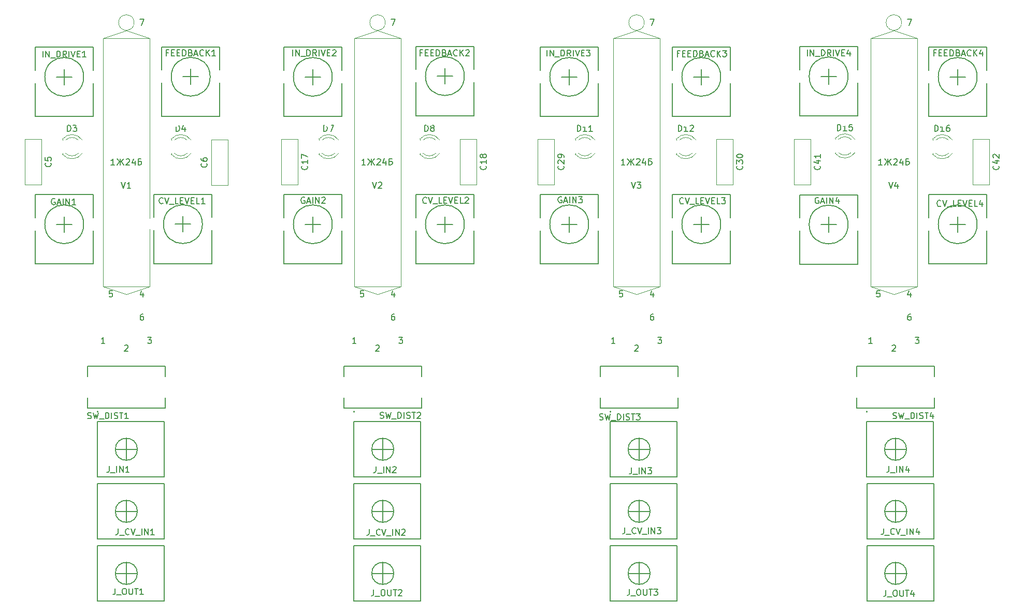
<source format=gto>
G04 #@! TF.GenerationSoftware,KiCad,Pcbnew,(5.1.6-0-10_14)*
G04 #@! TF.CreationDate,2022-01-01T22:04:21+00:00*
G04 #@! TF.ProjectId,Quad Tube VCA,51756164-2054-4756-9265-205643412e6b,rev?*
G04 #@! TF.SameCoordinates,Original*
G04 #@! TF.FileFunction,Legend,Top*
G04 #@! TF.FilePolarity,Positive*
%FSLAX46Y46*%
G04 Gerber Fmt 4.6, Leading zero omitted, Abs format (unit mm)*
G04 Created by KiCad (PCBNEW (5.1.6-0-10_14)) date 2022-01-01 22:04:21*
%MOMM*%
%LPD*%
G01*
G04 APERTURE LIST*
%ADD10C,0.150000*%
%ADD11C,0.120000*%
%ADD12C,0.127000*%
%ADD13C,0.200000*%
%ADD14C,1.700000*%
%ADD15R,1.700000X1.700000*%
%ADD16C,1.900000*%
%ADD17R,1.900000X1.900000*%
%ADD18C,2.875000*%
%ADD19R,2.875000X2.875000*%
%ADD20C,2.100000*%
%ADD21C,1.400000*%
%ADD22C,1.540000*%
%ADD23O,1.800000X1.800000*%
%ADD24R,1.800000X1.800000*%
G04 APERTURE END LIST*
D10*
X208641428Y-71572380D02*
X208070000Y-71572380D01*
X208355714Y-71572380D02*
X208355714Y-70572380D01*
X208260476Y-70715238D01*
X208165238Y-70810476D01*
X208070000Y-70858095D01*
X209450952Y-71000952D02*
X209022380Y-71572380D01*
X209593809Y-71572380D02*
X209593809Y-70572380D01*
X209593809Y-71143809D02*
X209022380Y-70572380D01*
X210165238Y-71572380D02*
X209736666Y-71000952D01*
X210165238Y-70572380D02*
X209593809Y-71143809D01*
X210546190Y-70667619D02*
X210593809Y-70620000D01*
X210689047Y-70572380D01*
X210927142Y-70572380D01*
X211022380Y-70620000D01*
X211070000Y-70667619D01*
X211117619Y-70762857D01*
X211117619Y-70858095D01*
X211070000Y-71000952D01*
X210498571Y-71572380D01*
X211117619Y-71572380D01*
X211974761Y-70905714D02*
X211974761Y-71572380D01*
X211736666Y-70524761D02*
X211498571Y-71239047D01*
X212117619Y-71239047D01*
X212974761Y-70572380D02*
X212498571Y-70572380D01*
X212498571Y-71572380D01*
X212784285Y-71572380D01*
X212927142Y-71524761D01*
X213022380Y-71429523D01*
X213070000Y-71334285D01*
X213070000Y-71191428D01*
X213022380Y-71096190D01*
X212927142Y-71000952D01*
X212784285Y-70953333D01*
X212498571Y-70953333D01*
X166571428Y-71552380D02*
X166000000Y-71552380D01*
X166285714Y-71552380D02*
X166285714Y-70552380D01*
X166190476Y-70695238D01*
X166095238Y-70790476D01*
X166000000Y-70838095D01*
X167380952Y-70980952D02*
X166952380Y-71552380D01*
X167523809Y-71552380D02*
X167523809Y-70552380D01*
X167523809Y-71123809D02*
X166952380Y-70552380D01*
X168095238Y-71552380D02*
X167666666Y-70980952D01*
X168095238Y-70552380D02*
X167523809Y-71123809D01*
X168476190Y-70647619D02*
X168523809Y-70600000D01*
X168619047Y-70552380D01*
X168857142Y-70552380D01*
X168952380Y-70600000D01*
X169000000Y-70647619D01*
X169047619Y-70742857D01*
X169047619Y-70838095D01*
X169000000Y-70980952D01*
X168428571Y-71552380D01*
X169047619Y-71552380D01*
X169904761Y-70885714D02*
X169904761Y-71552380D01*
X169666666Y-70504761D02*
X169428571Y-71219047D01*
X170047619Y-71219047D01*
X170904761Y-70552380D02*
X170428571Y-70552380D01*
X170428571Y-71552380D01*
X170714285Y-71552380D01*
X170857142Y-71504761D01*
X170952380Y-71409523D01*
X171000000Y-71314285D01*
X171000000Y-71171428D01*
X170952380Y-71076190D01*
X170857142Y-70980952D01*
X170714285Y-70933333D01*
X170428571Y-70933333D01*
X124161428Y-71562380D02*
X123590000Y-71562380D01*
X123875714Y-71562380D02*
X123875714Y-70562380D01*
X123780476Y-70705238D01*
X123685238Y-70800476D01*
X123590000Y-70848095D01*
X124970952Y-70990952D02*
X124542380Y-71562380D01*
X125113809Y-71562380D02*
X125113809Y-70562380D01*
X125113809Y-71133809D02*
X124542380Y-70562380D01*
X125685238Y-71562380D02*
X125256666Y-70990952D01*
X125685238Y-70562380D02*
X125113809Y-71133809D01*
X126066190Y-70657619D02*
X126113809Y-70610000D01*
X126209047Y-70562380D01*
X126447142Y-70562380D01*
X126542380Y-70610000D01*
X126590000Y-70657619D01*
X126637619Y-70752857D01*
X126637619Y-70848095D01*
X126590000Y-70990952D01*
X126018571Y-71562380D01*
X126637619Y-71562380D01*
X127494761Y-70895714D02*
X127494761Y-71562380D01*
X127256666Y-70514761D02*
X127018571Y-71229047D01*
X127637619Y-71229047D01*
X128494761Y-70562380D02*
X128018571Y-70562380D01*
X128018571Y-71562380D01*
X128304285Y-71562380D01*
X128447142Y-71514761D01*
X128542380Y-71419523D01*
X128590000Y-71324285D01*
X128590000Y-71181428D01*
X128542380Y-71086190D01*
X128447142Y-70990952D01*
X128304285Y-70943333D01*
X128018571Y-70943333D01*
X83161428Y-71572380D02*
X82590000Y-71572380D01*
X82875714Y-71572380D02*
X82875714Y-70572380D01*
X82780476Y-70715238D01*
X82685238Y-70810476D01*
X82590000Y-70858095D01*
X83970952Y-71000952D02*
X83542380Y-71572380D01*
X84113809Y-71572380D02*
X84113809Y-70572380D01*
X84113809Y-71143809D02*
X83542380Y-70572380D01*
X84685238Y-71572380D02*
X84256666Y-71000952D01*
X84685238Y-70572380D02*
X84113809Y-71143809D01*
X85066190Y-70667619D02*
X85113809Y-70620000D01*
X85209047Y-70572380D01*
X85447142Y-70572380D01*
X85542380Y-70620000D01*
X85590000Y-70667619D01*
X85637619Y-70762857D01*
X85637619Y-70858095D01*
X85590000Y-71000952D01*
X85018571Y-71572380D01*
X85637619Y-71572380D01*
X86494761Y-70905714D02*
X86494761Y-71572380D01*
X86256666Y-70524761D02*
X86018571Y-71239047D01*
X86637619Y-71239047D01*
X87494761Y-70572380D02*
X87018571Y-70572380D01*
X87018571Y-71572380D01*
X87304285Y-71572380D01*
X87447142Y-71524761D01*
X87542380Y-71429523D01*
X87590000Y-71334285D01*
X87590000Y-71191428D01*
X87542380Y-71096190D01*
X87447142Y-71000952D01*
X87304285Y-70953333D01*
X87018571Y-70953333D01*
D11*
X126153333Y-92710000D02*
X129963333Y-91440000D01*
X122343333Y-91440000D02*
X126153333Y-92710000D01*
X129963333Y-50800000D02*
X126153333Y-49530000D01*
X122343333Y-50800000D02*
X126153333Y-49530000D01*
X127423333Y-48260000D02*
G75*
G03*
X127423333Y-48260000I-1270000J0D01*
G01*
X122343333Y-50800000D02*
X122343333Y-91440000D01*
X123613333Y-50800000D02*
X122343333Y-50800000D01*
X129963333Y-50800000D02*
X123613333Y-50800000D01*
X129963333Y-91440000D02*
X129963333Y-50800000D01*
X122343333Y-91440000D02*
X129963333Y-91440000D01*
X85090000Y-92710000D02*
X88900000Y-91440000D01*
X81280000Y-91440000D02*
X85090000Y-92710000D01*
X88900000Y-50800000D02*
X85090000Y-49530000D01*
X81280000Y-50800000D02*
X85090000Y-49530000D01*
X86360000Y-48260000D02*
G75*
G03*
X86360000Y-48260000I-1270000J0D01*
G01*
X81280000Y-50800000D02*
X81280000Y-91440000D01*
X82550000Y-50800000D02*
X81280000Y-50800000D01*
X88900000Y-50800000D02*
X82550000Y-50800000D01*
X88900000Y-91440000D02*
X88900000Y-50800000D01*
X81280000Y-91440000D02*
X88900000Y-91440000D01*
X210550000Y-92710000D02*
X214360000Y-91440000D01*
X206740000Y-91440000D02*
X210550000Y-92710000D01*
X214360000Y-50800000D02*
X210550000Y-49530000D01*
X206740000Y-50800000D02*
X210550000Y-49530000D01*
X211820000Y-48260000D02*
G75*
G03*
X211820000Y-48260000I-1270000J0D01*
G01*
X206740000Y-50800000D02*
X206740000Y-91440000D01*
X208010000Y-50800000D02*
X206740000Y-50800000D01*
X214360000Y-50800000D02*
X208010000Y-50800000D01*
X214360000Y-91440000D02*
X214360000Y-50800000D01*
X206740000Y-91440000D02*
X214360000Y-91440000D01*
X168486666Y-92710000D02*
X172296666Y-91440000D01*
X164676666Y-91440000D02*
X168486666Y-92710000D01*
X172296666Y-50800000D02*
X168486666Y-49530000D01*
X164676666Y-50800000D02*
X168486666Y-49530000D01*
X169756666Y-48260000D02*
G75*
G03*
X169756666Y-48260000I-1270000J0D01*
G01*
X164676666Y-50800000D02*
X164676666Y-91440000D01*
X165946666Y-50800000D02*
X164676666Y-50800000D01*
X172296666Y-50800000D02*
X165946666Y-50800000D01*
X172296666Y-91440000D02*
X172296666Y-50800000D01*
X164676666Y-91440000D02*
X172296666Y-91440000D01*
D12*
X204470000Y-104520000D02*
X217170000Y-104520000D01*
X217170000Y-104520000D02*
X217170000Y-106240000D01*
X217170000Y-109660000D02*
X217170000Y-111380000D01*
X217170000Y-111380000D02*
X204470000Y-111380000D01*
X204470000Y-104520000D02*
X204470000Y-106240000D01*
X204470000Y-109660000D02*
X204470000Y-111380000D01*
D13*
X206220000Y-111950000D02*
G75*
G03*
X206220000Y-111950000I-100000J0D01*
G01*
D12*
X162560000Y-104520000D02*
X175260000Y-104520000D01*
X175260000Y-104520000D02*
X175260000Y-106240000D01*
X175260000Y-109660000D02*
X175260000Y-111380000D01*
X175260000Y-111380000D02*
X162560000Y-111380000D01*
X162560000Y-104520000D02*
X162560000Y-106240000D01*
X162560000Y-109660000D02*
X162560000Y-111380000D01*
D13*
X164310000Y-111950000D02*
G75*
G03*
X164310000Y-111950000I-100000J0D01*
G01*
D12*
X120650000Y-104520000D02*
X133350000Y-104520000D01*
X133350000Y-104520000D02*
X133350000Y-106240000D01*
X133350000Y-109660000D02*
X133350000Y-111380000D01*
X133350000Y-111380000D02*
X120650000Y-111380000D01*
X120650000Y-104520000D02*
X120650000Y-106240000D01*
X120650000Y-109660000D02*
X120650000Y-111380000D01*
D13*
X122400000Y-111950000D02*
G75*
G03*
X122400000Y-111950000I-100000J0D01*
G01*
D12*
X78740000Y-104520000D02*
X91440000Y-104520000D01*
X91440000Y-104520000D02*
X91440000Y-106240000D01*
X91440000Y-109660000D02*
X91440000Y-111380000D01*
X91440000Y-111380000D02*
X78740000Y-111380000D01*
X78740000Y-104520000D02*
X78740000Y-106240000D01*
X78740000Y-109660000D02*
X78740000Y-111380000D01*
D13*
X80490000Y-111950000D02*
G75*
G03*
X80490000Y-111950000I-100000J0D01*
G01*
D10*
X198610000Y-57070000D02*
X201150000Y-57070000D01*
X199880000Y-55800000D02*
X199880000Y-58340000D01*
X203055000Y-57070000D02*
G75*
G03*
X203055000Y-57070000I-3175000J0D01*
G01*
X195130000Y-52220000D02*
X195130000Y-63570000D01*
X204630000Y-52220000D02*
X204630000Y-63570000D01*
X195130000Y-63570000D02*
X204630000Y-63570000D01*
X195130000Y-52220000D02*
X204630000Y-52220000D01*
X156210000Y-57150000D02*
X158750000Y-57150000D01*
X157480000Y-55880000D02*
X157480000Y-58420000D01*
X160655000Y-57150000D02*
G75*
G03*
X160655000Y-57150000I-3175000J0D01*
G01*
X152730000Y-52300000D02*
X152730000Y-63650000D01*
X162230000Y-52300000D02*
X162230000Y-63650000D01*
X152730000Y-63650000D02*
X162230000Y-63650000D01*
X152730000Y-52300000D02*
X162230000Y-52300000D01*
X114300000Y-57150000D02*
X116840000Y-57150000D01*
X115570000Y-55880000D02*
X115570000Y-58420000D01*
X118745000Y-57150000D02*
G75*
G03*
X118745000Y-57150000I-3175000J0D01*
G01*
X110820000Y-52300000D02*
X110820000Y-63650000D01*
X120320000Y-52300000D02*
X120320000Y-63650000D01*
X110820000Y-63650000D02*
X120320000Y-63650000D01*
X110820000Y-52300000D02*
X120320000Y-52300000D01*
X73660000Y-57150000D02*
X76200000Y-57150000D01*
X74930000Y-55880000D02*
X74930000Y-58420000D01*
X78105000Y-57150000D02*
G75*
G03*
X78105000Y-57150000I-3175000J0D01*
G01*
X70180000Y-52300000D02*
X70180000Y-63650000D01*
X79680000Y-52300000D02*
X79680000Y-63650000D01*
X70180000Y-63650000D02*
X79680000Y-63650000D01*
X70180000Y-52300000D02*
X79680000Y-52300000D01*
X198610000Y-81320000D02*
X201150000Y-81320000D01*
X199880000Y-80050000D02*
X199880000Y-82590000D01*
X203055000Y-81320000D02*
G75*
G03*
X203055000Y-81320000I-3175000J0D01*
G01*
X195130000Y-76470000D02*
X195130000Y-87820000D01*
X204630000Y-76470000D02*
X204630000Y-87820000D01*
X195130000Y-87820000D02*
X204630000Y-87820000D01*
X195130000Y-76470000D02*
X204630000Y-76470000D01*
X156210000Y-81280000D02*
X158750000Y-81280000D01*
X157480000Y-80010000D02*
X157480000Y-82550000D01*
X160655000Y-81280000D02*
G75*
G03*
X160655000Y-81280000I-3175000J0D01*
G01*
X152730000Y-76430000D02*
X152730000Y-87780000D01*
X162230000Y-76430000D02*
X162230000Y-87780000D01*
X152730000Y-87780000D02*
X162230000Y-87780000D01*
X152730000Y-76430000D02*
X162230000Y-76430000D01*
X114300000Y-81280000D02*
X116840000Y-81280000D01*
X115570000Y-80010000D02*
X115570000Y-82550000D01*
X118745000Y-81280000D02*
G75*
G03*
X118745000Y-81280000I-3175000J0D01*
G01*
X110820000Y-76430000D02*
X110820000Y-87780000D01*
X120320000Y-76430000D02*
X120320000Y-87780000D01*
X110820000Y-87780000D02*
X120320000Y-87780000D01*
X110820000Y-76430000D02*
X120320000Y-76430000D01*
X73660000Y-81280000D02*
X76200000Y-81280000D01*
X74930000Y-80010000D02*
X74930000Y-82550000D01*
X78105000Y-81280000D02*
G75*
G03*
X78105000Y-81280000I-3175000J0D01*
G01*
X70180000Y-76430000D02*
X70180000Y-87780000D01*
X79680000Y-76430000D02*
X79680000Y-87780000D01*
X70180000Y-87780000D02*
X79680000Y-87780000D01*
X70180000Y-76430000D02*
X79680000Y-76430000D01*
X219710000Y-57150000D02*
X222250000Y-57150000D01*
X220980000Y-55880000D02*
X220980000Y-58420000D01*
X224155000Y-57150000D02*
G75*
G03*
X224155000Y-57150000I-3175000J0D01*
G01*
X216230000Y-52300000D02*
X216230000Y-63650000D01*
X225730000Y-52300000D02*
X225730000Y-63650000D01*
X216230000Y-63650000D02*
X225730000Y-63650000D01*
X216230000Y-52300000D02*
X225730000Y-52300000D01*
X177800000Y-57150000D02*
X180340000Y-57150000D01*
X179070000Y-55880000D02*
X179070000Y-58420000D01*
X182245000Y-57150000D02*
G75*
G03*
X182245000Y-57150000I-3175000J0D01*
G01*
X174320000Y-52300000D02*
X174320000Y-63650000D01*
X183820000Y-52300000D02*
X183820000Y-63650000D01*
X174320000Y-63650000D02*
X183820000Y-63650000D01*
X174320000Y-52300000D02*
X183820000Y-52300000D01*
X135890000Y-57030000D02*
X138430000Y-57030000D01*
X137160000Y-55760000D02*
X137160000Y-58300000D01*
X140335000Y-57030000D02*
G75*
G03*
X140335000Y-57030000I-3175000J0D01*
G01*
X132410000Y-52180000D02*
X132410000Y-63530000D01*
X141910000Y-52180000D02*
X141910000Y-63530000D01*
X132410000Y-63530000D02*
X141910000Y-63530000D01*
X132410000Y-52180000D02*
X141910000Y-52180000D01*
X94340000Y-57130000D02*
X96880000Y-57130000D01*
X95610000Y-55860000D02*
X95610000Y-58400000D01*
X98785000Y-57130000D02*
G75*
G03*
X98785000Y-57130000I-3175000J0D01*
G01*
X90860000Y-52280000D02*
X90860000Y-63630000D01*
X100360000Y-52280000D02*
X100360000Y-63630000D01*
X90860000Y-63630000D02*
X100360000Y-63630000D01*
X90860000Y-52280000D02*
X100360000Y-52280000D01*
X219710000Y-81280000D02*
X222250000Y-81280000D01*
X220980000Y-80010000D02*
X220980000Y-82550000D01*
X224155000Y-81280000D02*
G75*
G03*
X224155000Y-81280000I-3175000J0D01*
G01*
X216230000Y-76430000D02*
X216230000Y-87780000D01*
X225730000Y-76430000D02*
X225730000Y-87780000D01*
X216230000Y-87780000D02*
X225730000Y-87780000D01*
X216230000Y-76430000D02*
X225730000Y-76430000D01*
X177800000Y-81280000D02*
X180340000Y-81280000D01*
X179070000Y-80010000D02*
X179070000Y-82550000D01*
X182245000Y-81280000D02*
G75*
G03*
X182245000Y-81280000I-3175000J0D01*
G01*
X174320000Y-76430000D02*
X174320000Y-87780000D01*
X183820000Y-76430000D02*
X183820000Y-87780000D01*
X174320000Y-87780000D02*
X183820000Y-87780000D01*
X174320000Y-76430000D02*
X183820000Y-76430000D01*
X135890000Y-81280000D02*
X138430000Y-81280000D01*
X137160000Y-80010000D02*
X137160000Y-82550000D01*
X140335000Y-81280000D02*
G75*
G03*
X140335000Y-81280000I-3175000J0D01*
G01*
X132410000Y-76430000D02*
X132410000Y-87780000D01*
X141910000Y-76430000D02*
X141910000Y-87780000D01*
X132410000Y-87780000D02*
X141910000Y-87780000D01*
X132410000Y-76430000D02*
X141910000Y-76430000D01*
X93070000Y-81260000D02*
X95610000Y-81260000D01*
X94340000Y-79990000D02*
X94340000Y-82530000D01*
X97515000Y-81260000D02*
G75*
G03*
X97515000Y-81260000I-3175000J0D01*
G01*
X89590000Y-76410000D02*
X89590000Y-87760000D01*
X99090000Y-76410000D02*
X99090000Y-87760000D01*
X89590000Y-87760000D02*
X99090000Y-87760000D01*
X89590000Y-76410000D02*
X99090000Y-76410000D01*
X210850000Y-136630000D02*
X210850000Y-140230000D01*
X212650000Y-138430000D02*
X209050000Y-138430000D01*
X212650000Y-138430000D02*
G75*
G03*
X212650000Y-138430000I-1800000J0D01*
G01*
X217050000Y-142930000D02*
X206150000Y-142930000D01*
X217050000Y-133930000D02*
X206150000Y-133930000D01*
X206150000Y-133930000D02*
X206150000Y-142930000D01*
X217050000Y-133930000D02*
X217050000Y-142930000D01*
X168910000Y-136630000D02*
X168910000Y-140230000D01*
X170710000Y-138430000D02*
X167110000Y-138430000D01*
X170710000Y-138430000D02*
G75*
G03*
X170710000Y-138430000I-1800000J0D01*
G01*
X175110000Y-142930000D02*
X164210000Y-142930000D01*
X175110000Y-133930000D02*
X164210000Y-133930000D01*
X164210000Y-133930000D02*
X164210000Y-142930000D01*
X175110000Y-133930000D02*
X175110000Y-142930000D01*
X127000000Y-136630000D02*
X127000000Y-140230000D01*
X128800000Y-138430000D02*
X125200000Y-138430000D01*
X128800000Y-138430000D02*
G75*
G03*
X128800000Y-138430000I-1800000J0D01*
G01*
X133200000Y-142930000D02*
X122300000Y-142930000D01*
X133200000Y-133930000D02*
X122300000Y-133930000D01*
X122300000Y-133930000D02*
X122300000Y-142930000D01*
X133200000Y-133930000D02*
X133200000Y-142930000D01*
X85090000Y-136630000D02*
X85090000Y-140230000D01*
X86890000Y-138430000D02*
X83290000Y-138430000D01*
X86890000Y-138430000D02*
G75*
G03*
X86890000Y-138430000I-1800000J0D01*
G01*
X91290000Y-142930000D02*
X80390000Y-142930000D01*
X91290000Y-133930000D02*
X80390000Y-133930000D01*
X80390000Y-133930000D02*
X80390000Y-142930000D01*
X91290000Y-133930000D02*
X91290000Y-142930000D01*
X210820000Y-116310000D02*
X210820000Y-119910000D01*
X212620000Y-118110000D02*
X209020000Y-118110000D01*
X212620000Y-118110000D02*
G75*
G03*
X212620000Y-118110000I-1800000J0D01*
G01*
X217020000Y-122610000D02*
X206120000Y-122610000D01*
X217020000Y-113610000D02*
X206120000Y-113610000D01*
X206120000Y-113610000D02*
X206120000Y-122610000D01*
X217020000Y-113610000D02*
X217020000Y-122610000D01*
X168910000Y-116310000D02*
X168910000Y-119910000D01*
X170710000Y-118110000D02*
X167110000Y-118110000D01*
X170710000Y-118110000D02*
G75*
G03*
X170710000Y-118110000I-1800000J0D01*
G01*
X175110000Y-122610000D02*
X164210000Y-122610000D01*
X175110000Y-113610000D02*
X164210000Y-113610000D01*
X164210000Y-113610000D02*
X164210000Y-122610000D01*
X175110000Y-113610000D02*
X175110000Y-122610000D01*
X127000000Y-116310000D02*
X127000000Y-119910000D01*
X128800000Y-118110000D02*
X125200000Y-118110000D01*
X128800000Y-118110000D02*
G75*
G03*
X128800000Y-118110000I-1800000J0D01*
G01*
X133200000Y-122610000D02*
X122300000Y-122610000D01*
X133200000Y-113610000D02*
X122300000Y-113610000D01*
X122300000Y-113610000D02*
X122300000Y-122610000D01*
X133200000Y-113610000D02*
X133200000Y-122610000D01*
X85090000Y-116310000D02*
X85090000Y-119910000D01*
X86890000Y-118110000D02*
X83290000Y-118110000D01*
X86890000Y-118110000D02*
G75*
G03*
X86890000Y-118110000I-1800000J0D01*
G01*
X91290000Y-122610000D02*
X80390000Y-122610000D01*
X91290000Y-113610000D02*
X80390000Y-113610000D01*
X80390000Y-113610000D02*
X80390000Y-122610000D01*
X91290000Y-113610000D02*
X91290000Y-122610000D01*
X210850000Y-126470000D02*
X210850000Y-130070000D01*
X212650000Y-128270000D02*
X209050000Y-128270000D01*
X212650000Y-128270000D02*
G75*
G03*
X212650000Y-128270000I-1800000J0D01*
G01*
X217050000Y-132770000D02*
X206150000Y-132770000D01*
X217050000Y-123770000D02*
X206150000Y-123770000D01*
X206150000Y-123770000D02*
X206150000Y-132770000D01*
X217050000Y-123770000D02*
X217050000Y-132770000D01*
X168910000Y-126470000D02*
X168910000Y-130070000D01*
X170710000Y-128270000D02*
X167110000Y-128270000D01*
X170710000Y-128270000D02*
G75*
G03*
X170710000Y-128270000I-1800000J0D01*
G01*
X175110000Y-132770000D02*
X164210000Y-132770000D01*
X175110000Y-123770000D02*
X164210000Y-123770000D01*
X164210000Y-123770000D02*
X164210000Y-132770000D01*
X175110000Y-123770000D02*
X175110000Y-132770000D01*
X127000000Y-126470000D02*
X127000000Y-130070000D01*
X128800000Y-128270000D02*
X125200000Y-128270000D01*
X128800000Y-128270000D02*
G75*
G03*
X128800000Y-128270000I-1800000J0D01*
G01*
X133200000Y-132770000D02*
X122300000Y-132770000D01*
X133200000Y-123770000D02*
X122300000Y-123770000D01*
X122300000Y-123770000D02*
X122300000Y-132770000D01*
X133200000Y-123770000D02*
X133200000Y-132770000D01*
X85090000Y-126470000D02*
X85090000Y-130070000D01*
X86890000Y-128270000D02*
X83290000Y-128270000D01*
X86890000Y-128270000D02*
G75*
G03*
X86890000Y-128270000I-1800000J0D01*
G01*
X91290000Y-132770000D02*
X80390000Y-132770000D01*
X91290000Y-123770000D02*
X80390000Y-123770000D01*
X80390000Y-123770000D02*
X80390000Y-132770000D01*
X91290000Y-123770000D02*
X91290000Y-132770000D01*
D11*
X216880000Y-67344000D02*
X216880000Y-67500000D01*
X216880000Y-69660000D02*
X216880000Y-69816000D01*
X219481130Y-69659837D02*
G75*
G02*
X217399039Y-69660000I-1041130J1079837D01*
G01*
X219481130Y-67500163D02*
G75*
G03*
X217399039Y-67500000I-1041130J-1079837D01*
G01*
X220112335Y-69658608D02*
G75*
G02*
X216880000Y-69815516I-1672335J1078608D01*
G01*
X220112335Y-67501392D02*
G75*
G03*
X216880000Y-67344484I-1672335J-1078608D01*
G01*
X200960000Y-67224000D02*
X200960000Y-67380000D01*
X200960000Y-69540000D02*
X200960000Y-69696000D01*
X203561130Y-69539837D02*
G75*
G02*
X201479039Y-69540000I-1041130J1079837D01*
G01*
X203561130Y-67380163D02*
G75*
G03*
X201479039Y-67380000I-1041130J-1079837D01*
G01*
X204192335Y-69538608D02*
G75*
G02*
X200960000Y-69695516I-1672335J1078608D01*
G01*
X204192335Y-67381392D02*
G75*
G03*
X200960000Y-67224484I-1672335J-1078608D01*
G01*
X174970000Y-67344000D02*
X174970000Y-67500000D01*
X174970000Y-69660000D02*
X174970000Y-69816000D01*
X177571130Y-69659837D02*
G75*
G02*
X175489039Y-69660000I-1041130J1079837D01*
G01*
X177571130Y-67500163D02*
G75*
G03*
X175489039Y-67500000I-1041130J-1079837D01*
G01*
X178202335Y-69658608D02*
G75*
G02*
X174970000Y-69815516I-1672335J1078608D01*
G01*
X178202335Y-67501392D02*
G75*
G03*
X174970000Y-67344484I-1672335J-1078608D01*
G01*
X158460000Y-67344000D02*
X158460000Y-67500000D01*
X158460000Y-69660000D02*
X158460000Y-69816000D01*
X161061130Y-69659837D02*
G75*
G02*
X158979039Y-69660000I-1041130J1079837D01*
G01*
X161061130Y-67500163D02*
G75*
G03*
X158979039Y-67500000I-1041130J-1079837D01*
G01*
X161692335Y-69658608D02*
G75*
G02*
X158460000Y-69815516I-1672335J1078608D01*
G01*
X161692335Y-67501392D02*
G75*
G03*
X158460000Y-67344484I-1672335J-1078608D01*
G01*
X133060000Y-67344000D02*
X133060000Y-67500000D01*
X133060000Y-69660000D02*
X133060000Y-69816000D01*
X135661130Y-69659837D02*
G75*
G02*
X133579039Y-69660000I-1041130J1079837D01*
G01*
X135661130Y-67500163D02*
G75*
G03*
X133579039Y-67500000I-1041130J-1079837D01*
G01*
X136292335Y-69658608D02*
G75*
G02*
X133060000Y-69815516I-1672335J1078608D01*
G01*
X136292335Y-67501392D02*
G75*
G03*
X133060000Y-67344484I-1672335J-1078608D01*
G01*
X116550000Y-67344000D02*
X116550000Y-67500000D01*
X116550000Y-69660000D02*
X116550000Y-69816000D01*
X119151130Y-69659837D02*
G75*
G02*
X117069039Y-69660000I-1041130J1079837D01*
G01*
X119151130Y-67500163D02*
G75*
G03*
X117069039Y-67500000I-1041130J-1079837D01*
G01*
X119782335Y-69658608D02*
G75*
G02*
X116550000Y-69815516I-1672335J1078608D01*
G01*
X119782335Y-67501392D02*
G75*
G03*
X116550000Y-67344484I-1672335J-1078608D01*
G01*
X92420000Y-67344000D02*
X92420000Y-67500000D01*
X92420000Y-69660000D02*
X92420000Y-69816000D01*
X95021130Y-69659837D02*
G75*
G02*
X92939039Y-69660000I-1041130J1079837D01*
G01*
X95021130Y-67500163D02*
G75*
G03*
X92939039Y-67500000I-1041130J-1079837D01*
G01*
X95652335Y-69658608D02*
G75*
G02*
X92420000Y-69815516I-1672335J1078608D01*
G01*
X95652335Y-67501392D02*
G75*
G03*
X92420000Y-67344484I-1672335J-1078608D01*
G01*
X74640000Y-67344000D02*
X74640000Y-67500000D01*
X74640000Y-69660000D02*
X74640000Y-69816000D01*
X77241130Y-69659837D02*
G75*
G02*
X75159039Y-69660000I-1041130J1079837D01*
G01*
X77241130Y-67500163D02*
G75*
G03*
X75159039Y-67500000I-1041130J-1079837D01*
G01*
X77872335Y-69658608D02*
G75*
G02*
X74640000Y-69815516I-1672335J1078608D01*
G01*
X77872335Y-67501392D02*
G75*
G03*
X74640000Y-67344484I-1672335J-1078608D01*
G01*
X226160000Y-67360000D02*
X226160000Y-74800000D01*
X223420000Y-67360000D02*
X223420000Y-74800000D01*
X226160000Y-67360000D02*
X223420000Y-67360000D01*
X226160000Y-74800000D02*
X223420000Y-74800000D01*
X196950000Y-67360000D02*
X196950000Y-74800000D01*
X194210000Y-67360000D02*
X194210000Y-74800000D01*
X196950000Y-67360000D02*
X194210000Y-67360000D01*
X196950000Y-74800000D02*
X194210000Y-74800000D01*
X184250000Y-67360000D02*
X184250000Y-74800000D01*
X181510000Y-67360000D02*
X181510000Y-74800000D01*
X184250000Y-67360000D02*
X181510000Y-67360000D01*
X184250000Y-74800000D02*
X181510000Y-74800000D01*
X155040000Y-67360000D02*
X155040000Y-74800000D01*
X152300000Y-67360000D02*
X152300000Y-74800000D01*
X155040000Y-67360000D02*
X152300000Y-67360000D01*
X155040000Y-74800000D02*
X152300000Y-74800000D01*
X142340000Y-67360000D02*
X142340000Y-74800000D01*
X139600000Y-67360000D02*
X139600000Y-74800000D01*
X142340000Y-67360000D02*
X139600000Y-67360000D01*
X142340000Y-74800000D02*
X139600000Y-74800000D01*
X113130000Y-67360000D02*
X113130000Y-74800000D01*
X110390000Y-67360000D02*
X110390000Y-74800000D01*
X113130000Y-67360000D02*
X110390000Y-67360000D01*
X113130000Y-74800000D02*
X110390000Y-74800000D01*
X98960000Y-74880000D02*
X98960000Y-67440000D01*
X101700000Y-74880000D02*
X101700000Y-67440000D01*
X98960000Y-74880000D02*
X101700000Y-74880000D01*
X98960000Y-67440000D02*
X101700000Y-67440000D01*
X71220000Y-67360000D02*
X71220000Y-74800000D01*
X68480000Y-67360000D02*
X68480000Y-74800000D01*
X71220000Y-67360000D02*
X68480000Y-67360000D01*
X71220000Y-74800000D02*
X68480000Y-74800000D01*
D10*
X125343809Y-74382380D02*
X125677142Y-75382380D01*
X126010475Y-74382380D01*
X126296190Y-74477619D02*
X126343809Y-74430000D01*
X126439047Y-74382380D01*
X126677142Y-74382380D01*
X126772380Y-74430000D01*
X126819999Y-74477619D01*
X126867618Y-74572857D01*
X126867618Y-74668095D01*
X126819999Y-74810952D01*
X126248571Y-75382380D01*
X126867618Y-75382380D01*
X128359999Y-47712380D02*
X129026666Y-47712380D01*
X128598094Y-48712380D01*
X128883809Y-95972380D02*
X128693333Y-95972380D01*
X128598094Y-96020000D01*
X128550475Y-96067619D01*
X128455237Y-96210476D01*
X128407618Y-96400952D01*
X128407618Y-96781904D01*
X128455237Y-96877142D01*
X128502856Y-96924761D01*
X128598094Y-96972380D01*
X128788571Y-96972380D01*
X128883809Y-96924761D01*
X128931428Y-96877142D01*
X128979047Y-96781904D01*
X128979047Y-96543809D01*
X128931428Y-96448571D01*
X128883809Y-96400952D01*
X128788571Y-96353333D01*
X128598094Y-96353333D01*
X128502856Y-96400952D01*
X128455237Y-96448571D01*
X128407618Y-96543809D01*
X128883809Y-92495714D02*
X128883809Y-93162380D01*
X128645713Y-92114761D02*
X128407618Y-92829047D01*
X129026666Y-92829047D01*
X123851428Y-92162380D02*
X123375237Y-92162380D01*
X123327618Y-92638571D01*
X123375237Y-92590952D01*
X123470475Y-92543333D01*
X123708571Y-92543333D01*
X123803809Y-92590952D01*
X123851428Y-92638571D01*
X123899047Y-92733809D01*
X123899047Y-92971904D01*
X123851428Y-93067142D01*
X123803809Y-93114761D01*
X123708571Y-93162380D01*
X123470475Y-93162380D01*
X123375237Y-93114761D01*
X123327618Y-93067142D01*
X129629999Y-99782380D02*
X130249047Y-99782380D01*
X129915713Y-100163333D01*
X130058571Y-100163333D01*
X130153809Y-100210952D01*
X130201428Y-100258571D01*
X130249047Y-100353809D01*
X130249047Y-100591904D01*
X130201428Y-100687142D01*
X130153809Y-100734761D01*
X130058571Y-100782380D01*
X129772856Y-100782380D01*
X129677618Y-100734761D01*
X129629999Y-100687142D01*
X125867618Y-101147619D02*
X125915237Y-101100000D01*
X126010475Y-101052380D01*
X126248571Y-101052380D01*
X126343809Y-101100000D01*
X126391428Y-101147619D01*
X126439047Y-101242857D01*
X126439047Y-101338095D01*
X126391428Y-101480952D01*
X125819999Y-102052380D01*
X126439047Y-102052380D01*
X122629047Y-100782380D02*
X122057618Y-100782380D01*
X122343333Y-100782380D02*
X122343333Y-99782380D01*
X122248094Y-99925238D01*
X122152856Y-100020476D01*
X122057618Y-100068095D01*
X84280476Y-74382380D02*
X84613809Y-75382380D01*
X84947142Y-74382380D01*
X85804285Y-75382380D02*
X85232857Y-75382380D01*
X85518571Y-75382380D02*
X85518571Y-74382380D01*
X85423333Y-74525238D01*
X85328095Y-74620476D01*
X85232857Y-74668095D01*
X87296666Y-47712380D02*
X87963333Y-47712380D01*
X87534761Y-48712380D01*
X87820476Y-95972380D02*
X87630000Y-95972380D01*
X87534761Y-96020000D01*
X87487142Y-96067619D01*
X87391904Y-96210476D01*
X87344285Y-96400952D01*
X87344285Y-96781904D01*
X87391904Y-96877142D01*
X87439523Y-96924761D01*
X87534761Y-96972380D01*
X87725238Y-96972380D01*
X87820476Y-96924761D01*
X87868095Y-96877142D01*
X87915714Y-96781904D01*
X87915714Y-96543809D01*
X87868095Y-96448571D01*
X87820476Y-96400952D01*
X87725238Y-96353333D01*
X87534761Y-96353333D01*
X87439523Y-96400952D01*
X87391904Y-96448571D01*
X87344285Y-96543809D01*
X87820476Y-92495714D02*
X87820476Y-93162380D01*
X87582380Y-92114761D02*
X87344285Y-92829047D01*
X87963333Y-92829047D01*
X82788095Y-92162380D02*
X82311904Y-92162380D01*
X82264285Y-92638571D01*
X82311904Y-92590952D01*
X82407142Y-92543333D01*
X82645238Y-92543333D01*
X82740476Y-92590952D01*
X82788095Y-92638571D01*
X82835714Y-92733809D01*
X82835714Y-92971904D01*
X82788095Y-93067142D01*
X82740476Y-93114761D01*
X82645238Y-93162380D01*
X82407142Y-93162380D01*
X82311904Y-93114761D01*
X82264285Y-93067142D01*
X88566666Y-99782380D02*
X89185714Y-99782380D01*
X88852380Y-100163333D01*
X88995238Y-100163333D01*
X89090476Y-100210952D01*
X89138095Y-100258571D01*
X89185714Y-100353809D01*
X89185714Y-100591904D01*
X89138095Y-100687142D01*
X89090476Y-100734761D01*
X88995238Y-100782380D01*
X88709523Y-100782380D01*
X88614285Y-100734761D01*
X88566666Y-100687142D01*
X84804285Y-101147619D02*
X84851904Y-101100000D01*
X84947142Y-101052380D01*
X85185238Y-101052380D01*
X85280476Y-101100000D01*
X85328095Y-101147619D01*
X85375714Y-101242857D01*
X85375714Y-101338095D01*
X85328095Y-101480952D01*
X84756666Y-102052380D01*
X85375714Y-102052380D01*
X81565714Y-100782380D02*
X80994285Y-100782380D01*
X81280000Y-100782380D02*
X81280000Y-99782380D01*
X81184761Y-99925238D01*
X81089523Y-100020476D01*
X80994285Y-100068095D01*
X209740476Y-74382380D02*
X210073809Y-75382380D01*
X210407142Y-74382380D01*
X211169047Y-74715714D02*
X211169047Y-75382380D01*
X210930952Y-74334761D02*
X210692857Y-75049047D01*
X211311904Y-75049047D01*
X212756666Y-47712380D02*
X213423333Y-47712380D01*
X212994761Y-48712380D01*
X213280476Y-95972380D02*
X213090000Y-95972380D01*
X212994761Y-96020000D01*
X212947142Y-96067619D01*
X212851904Y-96210476D01*
X212804285Y-96400952D01*
X212804285Y-96781904D01*
X212851904Y-96877142D01*
X212899523Y-96924761D01*
X212994761Y-96972380D01*
X213185238Y-96972380D01*
X213280476Y-96924761D01*
X213328095Y-96877142D01*
X213375714Y-96781904D01*
X213375714Y-96543809D01*
X213328095Y-96448571D01*
X213280476Y-96400952D01*
X213185238Y-96353333D01*
X212994761Y-96353333D01*
X212899523Y-96400952D01*
X212851904Y-96448571D01*
X212804285Y-96543809D01*
X213280476Y-92495714D02*
X213280476Y-93162380D01*
X213042380Y-92114761D02*
X212804285Y-92829047D01*
X213423333Y-92829047D01*
X208248095Y-92162380D02*
X207771904Y-92162380D01*
X207724285Y-92638571D01*
X207771904Y-92590952D01*
X207867142Y-92543333D01*
X208105238Y-92543333D01*
X208200476Y-92590952D01*
X208248095Y-92638571D01*
X208295714Y-92733809D01*
X208295714Y-92971904D01*
X208248095Y-93067142D01*
X208200476Y-93114761D01*
X208105238Y-93162380D01*
X207867142Y-93162380D01*
X207771904Y-93114761D01*
X207724285Y-93067142D01*
X214026666Y-99782380D02*
X214645714Y-99782380D01*
X214312380Y-100163333D01*
X214455238Y-100163333D01*
X214550476Y-100210952D01*
X214598095Y-100258571D01*
X214645714Y-100353809D01*
X214645714Y-100591904D01*
X214598095Y-100687142D01*
X214550476Y-100734761D01*
X214455238Y-100782380D01*
X214169523Y-100782380D01*
X214074285Y-100734761D01*
X214026666Y-100687142D01*
X210264285Y-101147619D02*
X210311904Y-101100000D01*
X210407142Y-101052380D01*
X210645238Y-101052380D01*
X210740476Y-101100000D01*
X210788095Y-101147619D01*
X210835714Y-101242857D01*
X210835714Y-101338095D01*
X210788095Y-101480952D01*
X210216666Y-102052380D01*
X210835714Y-102052380D01*
X207025714Y-100782380D02*
X206454285Y-100782380D01*
X206740000Y-100782380D02*
X206740000Y-99782380D01*
X206644761Y-99925238D01*
X206549523Y-100020476D01*
X206454285Y-100068095D01*
X167677142Y-74382380D02*
X168010475Y-75382380D01*
X168343808Y-74382380D01*
X168581904Y-74382380D02*
X169200951Y-74382380D01*
X168867618Y-74763333D01*
X169010475Y-74763333D01*
X169105713Y-74810952D01*
X169153332Y-74858571D01*
X169200951Y-74953809D01*
X169200951Y-75191904D01*
X169153332Y-75287142D01*
X169105713Y-75334761D01*
X169010475Y-75382380D01*
X168724761Y-75382380D01*
X168629523Y-75334761D01*
X168581904Y-75287142D01*
X170693332Y-47712380D02*
X171359999Y-47712380D01*
X170931427Y-48712380D01*
X171217142Y-95972380D02*
X171026666Y-95972380D01*
X170931427Y-96020000D01*
X170883808Y-96067619D01*
X170788570Y-96210476D01*
X170740951Y-96400952D01*
X170740951Y-96781904D01*
X170788570Y-96877142D01*
X170836189Y-96924761D01*
X170931427Y-96972380D01*
X171121904Y-96972380D01*
X171217142Y-96924761D01*
X171264761Y-96877142D01*
X171312380Y-96781904D01*
X171312380Y-96543809D01*
X171264761Y-96448571D01*
X171217142Y-96400952D01*
X171121904Y-96353333D01*
X170931427Y-96353333D01*
X170836189Y-96400952D01*
X170788570Y-96448571D01*
X170740951Y-96543809D01*
X171217142Y-92495714D02*
X171217142Y-93162380D01*
X170979046Y-92114761D02*
X170740951Y-92829047D01*
X171359999Y-92829047D01*
X166184761Y-92162380D02*
X165708570Y-92162380D01*
X165660951Y-92638571D01*
X165708570Y-92590952D01*
X165803808Y-92543333D01*
X166041904Y-92543333D01*
X166137142Y-92590952D01*
X166184761Y-92638571D01*
X166232380Y-92733809D01*
X166232380Y-92971904D01*
X166184761Y-93067142D01*
X166137142Y-93114761D01*
X166041904Y-93162380D01*
X165803808Y-93162380D01*
X165708570Y-93114761D01*
X165660951Y-93067142D01*
X171963332Y-99782380D02*
X172582380Y-99782380D01*
X172249046Y-100163333D01*
X172391904Y-100163333D01*
X172487142Y-100210952D01*
X172534761Y-100258571D01*
X172582380Y-100353809D01*
X172582380Y-100591904D01*
X172534761Y-100687142D01*
X172487142Y-100734761D01*
X172391904Y-100782380D01*
X172106189Y-100782380D01*
X172010951Y-100734761D01*
X171963332Y-100687142D01*
X168200951Y-101147619D02*
X168248570Y-101100000D01*
X168343808Y-101052380D01*
X168581904Y-101052380D01*
X168677142Y-101100000D01*
X168724761Y-101147619D01*
X168772380Y-101242857D01*
X168772380Y-101338095D01*
X168724761Y-101480952D01*
X168153332Y-102052380D01*
X168772380Y-102052380D01*
X164962380Y-100782380D02*
X164390951Y-100782380D01*
X164676666Y-100782380D02*
X164676666Y-99782380D01*
X164581427Y-99925238D01*
X164486189Y-100020476D01*
X164390951Y-100068095D01*
X210420476Y-113044761D02*
X210563333Y-113092380D01*
X210801428Y-113092380D01*
X210896666Y-113044761D01*
X210944285Y-112997142D01*
X210991904Y-112901904D01*
X210991904Y-112806666D01*
X210944285Y-112711428D01*
X210896666Y-112663809D01*
X210801428Y-112616190D01*
X210610952Y-112568571D01*
X210515714Y-112520952D01*
X210468095Y-112473333D01*
X210420476Y-112378095D01*
X210420476Y-112282857D01*
X210468095Y-112187619D01*
X210515714Y-112140000D01*
X210610952Y-112092380D01*
X210849047Y-112092380D01*
X210991904Y-112140000D01*
X211325238Y-112092380D02*
X211563333Y-113092380D01*
X211753809Y-112378095D01*
X211944285Y-113092380D01*
X212182380Y-112092380D01*
X212325238Y-113187619D02*
X213087142Y-113187619D01*
X213325238Y-113092380D02*
X213325238Y-112092380D01*
X213563333Y-112092380D01*
X213706190Y-112140000D01*
X213801428Y-112235238D01*
X213849047Y-112330476D01*
X213896666Y-112520952D01*
X213896666Y-112663809D01*
X213849047Y-112854285D01*
X213801428Y-112949523D01*
X213706190Y-113044761D01*
X213563333Y-113092380D01*
X213325238Y-113092380D01*
X214325238Y-113092380D02*
X214325238Y-112092380D01*
X214753809Y-113044761D02*
X214896666Y-113092380D01*
X215134761Y-113092380D01*
X215230000Y-113044761D01*
X215277619Y-112997142D01*
X215325238Y-112901904D01*
X215325238Y-112806666D01*
X215277619Y-112711428D01*
X215230000Y-112663809D01*
X215134761Y-112616190D01*
X214944285Y-112568571D01*
X214849047Y-112520952D01*
X214801428Y-112473333D01*
X214753809Y-112378095D01*
X214753809Y-112282857D01*
X214801428Y-112187619D01*
X214849047Y-112140000D01*
X214944285Y-112092380D01*
X215182380Y-112092380D01*
X215325238Y-112140000D01*
X215610952Y-112092380D02*
X216182380Y-112092380D01*
X215896666Y-113092380D02*
X215896666Y-112092380D01*
X216944285Y-112425714D02*
X216944285Y-113092380D01*
X216706190Y-112044761D02*
X216468095Y-112759047D01*
X217087142Y-112759047D01*
X162440476Y-113244761D02*
X162583333Y-113292380D01*
X162821428Y-113292380D01*
X162916666Y-113244761D01*
X162964285Y-113197142D01*
X163011904Y-113101904D01*
X163011904Y-113006666D01*
X162964285Y-112911428D01*
X162916666Y-112863809D01*
X162821428Y-112816190D01*
X162630952Y-112768571D01*
X162535714Y-112720952D01*
X162488095Y-112673333D01*
X162440476Y-112578095D01*
X162440476Y-112482857D01*
X162488095Y-112387619D01*
X162535714Y-112340000D01*
X162630952Y-112292380D01*
X162869047Y-112292380D01*
X163011904Y-112340000D01*
X163345238Y-112292380D02*
X163583333Y-113292380D01*
X163773809Y-112578095D01*
X163964285Y-113292380D01*
X164202380Y-112292380D01*
X164345238Y-113387619D02*
X165107142Y-113387619D01*
X165345238Y-113292380D02*
X165345238Y-112292380D01*
X165583333Y-112292380D01*
X165726190Y-112340000D01*
X165821428Y-112435238D01*
X165869047Y-112530476D01*
X165916666Y-112720952D01*
X165916666Y-112863809D01*
X165869047Y-113054285D01*
X165821428Y-113149523D01*
X165726190Y-113244761D01*
X165583333Y-113292380D01*
X165345238Y-113292380D01*
X166345238Y-113292380D02*
X166345238Y-112292380D01*
X166773809Y-113244761D02*
X166916666Y-113292380D01*
X167154761Y-113292380D01*
X167250000Y-113244761D01*
X167297619Y-113197142D01*
X167345238Y-113101904D01*
X167345238Y-113006666D01*
X167297619Y-112911428D01*
X167250000Y-112863809D01*
X167154761Y-112816190D01*
X166964285Y-112768571D01*
X166869047Y-112720952D01*
X166821428Y-112673333D01*
X166773809Y-112578095D01*
X166773809Y-112482857D01*
X166821428Y-112387619D01*
X166869047Y-112340000D01*
X166964285Y-112292380D01*
X167202380Y-112292380D01*
X167345238Y-112340000D01*
X167630952Y-112292380D02*
X168202380Y-112292380D01*
X167916666Y-113292380D02*
X167916666Y-112292380D01*
X168440476Y-112292380D02*
X169059523Y-112292380D01*
X168726190Y-112673333D01*
X168869047Y-112673333D01*
X168964285Y-112720952D01*
X169011904Y-112768571D01*
X169059523Y-112863809D01*
X169059523Y-113101904D01*
X169011904Y-113197142D01*
X168964285Y-113244761D01*
X168869047Y-113292380D01*
X168583333Y-113292380D01*
X168488095Y-113244761D01*
X168440476Y-113197142D01*
X126570476Y-113004761D02*
X126713333Y-113052380D01*
X126951428Y-113052380D01*
X127046666Y-113004761D01*
X127094285Y-112957142D01*
X127141904Y-112861904D01*
X127141904Y-112766666D01*
X127094285Y-112671428D01*
X127046666Y-112623809D01*
X126951428Y-112576190D01*
X126760952Y-112528571D01*
X126665714Y-112480952D01*
X126618095Y-112433333D01*
X126570476Y-112338095D01*
X126570476Y-112242857D01*
X126618095Y-112147619D01*
X126665714Y-112100000D01*
X126760952Y-112052380D01*
X126999047Y-112052380D01*
X127141904Y-112100000D01*
X127475238Y-112052380D02*
X127713333Y-113052380D01*
X127903809Y-112338095D01*
X128094285Y-113052380D01*
X128332380Y-112052380D01*
X128475238Y-113147619D02*
X129237142Y-113147619D01*
X129475238Y-113052380D02*
X129475238Y-112052380D01*
X129713333Y-112052380D01*
X129856190Y-112100000D01*
X129951428Y-112195238D01*
X129999047Y-112290476D01*
X130046666Y-112480952D01*
X130046666Y-112623809D01*
X129999047Y-112814285D01*
X129951428Y-112909523D01*
X129856190Y-113004761D01*
X129713333Y-113052380D01*
X129475238Y-113052380D01*
X130475238Y-113052380D02*
X130475238Y-112052380D01*
X130903809Y-113004761D02*
X131046666Y-113052380D01*
X131284761Y-113052380D01*
X131380000Y-113004761D01*
X131427619Y-112957142D01*
X131475238Y-112861904D01*
X131475238Y-112766666D01*
X131427619Y-112671428D01*
X131380000Y-112623809D01*
X131284761Y-112576190D01*
X131094285Y-112528571D01*
X130999047Y-112480952D01*
X130951428Y-112433333D01*
X130903809Y-112338095D01*
X130903809Y-112242857D01*
X130951428Y-112147619D01*
X130999047Y-112100000D01*
X131094285Y-112052380D01*
X131332380Y-112052380D01*
X131475238Y-112100000D01*
X131760952Y-112052380D02*
X132332380Y-112052380D01*
X132046666Y-113052380D02*
X132046666Y-112052380D01*
X132618095Y-112147619D02*
X132665714Y-112100000D01*
X132760952Y-112052380D01*
X132999047Y-112052380D01*
X133094285Y-112100000D01*
X133141904Y-112147619D01*
X133189523Y-112242857D01*
X133189523Y-112338095D01*
X133141904Y-112480952D01*
X132570476Y-113052380D01*
X133189523Y-113052380D01*
X78770476Y-113044761D02*
X78913333Y-113092380D01*
X79151428Y-113092380D01*
X79246666Y-113044761D01*
X79294285Y-112997142D01*
X79341904Y-112901904D01*
X79341904Y-112806666D01*
X79294285Y-112711428D01*
X79246666Y-112663809D01*
X79151428Y-112616190D01*
X78960952Y-112568571D01*
X78865714Y-112520952D01*
X78818095Y-112473333D01*
X78770476Y-112378095D01*
X78770476Y-112282857D01*
X78818095Y-112187619D01*
X78865714Y-112140000D01*
X78960952Y-112092380D01*
X79199047Y-112092380D01*
X79341904Y-112140000D01*
X79675238Y-112092380D02*
X79913333Y-113092380D01*
X80103809Y-112378095D01*
X80294285Y-113092380D01*
X80532380Y-112092380D01*
X80675238Y-113187619D02*
X81437142Y-113187619D01*
X81675238Y-113092380D02*
X81675238Y-112092380D01*
X81913333Y-112092380D01*
X82056190Y-112140000D01*
X82151428Y-112235238D01*
X82199047Y-112330476D01*
X82246666Y-112520952D01*
X82246666Y-112663809D01*
X82199047Y-112854285D01*
X82151428Y-112949523D01*
X82056190Y-113044761D01*
X81913333Y-113092380D01*
X81675238Y-113092380D01*
X82675238Y-113092380D02*
X82675238Y-112092380D01*
X83103809Y-113044761D02*
X83246666Y-113092380D01*
X83484761Y-113092380D01*
X83580000Y-113044761D01*
X83627619Y-112997142D01*
X83675238Y-112901904D01*
X83675238Y-112806666D01*
X83627619Y-112711428D01*
X83580000Y-112663809D01*
X83484761Y-112616190D01*
X83294285Y-112568571D01*
X83199047Y-112520952D01*
X83151428Y-112473333D01*
X83103809Y-112378095D01*
X83103809Y-112282857D01*
X83151428Y-112187619D01*
X83199047Y-112140000D01*
X83294285Y-112092380D01*
X83532380Y-112092380D01*
X83675238Y-112140000D01*
X83960952Y-112092380D02*
X84532380Y-112092380D01*
X84246666Y-113092380D02*
X84246666Y-112092380D01*
X85389523Y-113092380D02*
X84818095Y-113092380D01*
X85103809Y-113092380D02*
X85103809Y-112092380D01*
X85008571Y-112235238D01*
X84913333Y-112330476D01*
X84818095Y-112378095D01*
X196410000Y-53712380D02*
X196410000Y-52712380D01*
X196886190Y-53712380D02*
X196886190Y-52712380D01*
X197457619Y-53712380D01*
X197457619Y-52712380D01*
X197695714Y-53807619D02*
X198457619Y-53807619D01*
X198695714Y-53712380D02*
X198695714Y-52712380D01*
X198933809Y-52712380D01*
X199076666Y-52760000D01*
X199171904Y-52855238D01*
X199219523Y-52950476D01*
X199267142Y-53140952D01*
X199267142Y-53283809D01*
X199219523Y-53474285D01*
X199171904Y-53569523D01*
X199076666Y-53664761D01*
X198933809Y-53712380D01*
X198695714Y-53712380D01*
X200267142Y-53712380D02*
X199933809Y-53236190D01*
X199695714Y-53712380D02*
X199695714Y-52712380D01*
X200076666Y-52712380D01*
X200171904Y-52760000D01*
X200219523Y-52807619D01*
X200267142Y-52902857D01*
X200267142Y-53045714D01*
X200219523Y-53140952D01*
X200171904Y-53188571D01*
X200076666Y-53236190D01*
X199695714Y-53236190D01*
X200695714Y-53712380D02*
X200695714Y-52712380D01*
X201029047Y-52712380D02*
X201362380Y-53712380D01*
X201695714Y-52712380D01*
X202029047Y-53188571D02*
X202362380Y-53188571D01*
X202505238Y-53712380D02*
X202029047Y-53712380D01*
X202029047Y-52712380D01*
X202505238Y-52712380D01*
X203362380Y-53045714D02*
X203362380Y-53712380D01*
X203124285Y-52664761D02*
X202886190Y-53379047D01*
X203505238Y-53379047D01*
X153860000Y-53752380D02*
X153860000Y-52752380D01*
X154336190Y-53752380D02*
X154336190Y-52752380D01*
X154907619Y-53752380D01*
X154907619Y-52752380D01*
X155145714Y-53847619D02*
X155907619Y-53847619D01*
X156145714Y-53752380D02*
X156145714Y-52752380D01*
X156383809Y-52752380D01*
X156526666Y-52800000D01*
X156621904Y-52895238D01*
X156669523Y-52990476D01*
X156717142Y-53180952D01*
X156717142Y-53323809D01*
X156669523Y-53514285D01*
X156621904Y-53609523D01*
X156526666Y-53704761D01*
X156383809Y-53752380D01*
X156145714Y-53752380D01*
X157717142Y-53752380D02*
X157383809Y-53276190D01*
X157145714Y-53752380D02*
X157145714Y-52752380D01*
X157526666Y-52752380D01*
X157621904Y-52800000D01*
X157669523Y-52847619D01*
X157717142Y-52942857D01*
X157717142Y-53085714D01*
X157669523Y-53180952D01*
X157621904Y-53228571D01*
X157526666Y-53276190D01*
X157145714Y-53276190D01*
X158145714Y-53752380D02*
X158145714Y-52752380D01*
X158479047Y-52752380D02*
X158812380Y-53752380D01*
X159145714Y-52752380D01*
X159479047Y-53228571D02*
X159812380Y-53228571D01*
X159955238Y-53752380D02*
X159479047Y-53752380D01*
X159479047Y-52752380D01*
X159955238Y-52752380D01*
X160288571Y-52752380D02*
X160907619Y-52752380D01*
X160574285Y-53133333D01*
X160717142Y-53133333D01*
X160812380Y-53180952D01*
X160860000Y-53228571D01*
X160907619Y-53323809D01*
X160907619Y-53561904D01*
X160860000Y-53657142D01*
X160812380Y-53704761D01*
X160717142Y-53752380D01*
X160431428Y-53752380D01*
X160336190Y-53704761D01*
X160288571Y-53657142D01*
X112310000Y-53722380D02*
X112310000Y-52722380D01*
X112786190Y-53722380D02*
X112786190Y-52722380D01*
X113357619Y-53722380D01*
X113357619Y-52722380D01*
X113595714Y-53817619D02*
X114357619Y-53817619D01*
X114595714Y-53722380D02*
X114595714Y-52722380D01*
X114833809Y-52722380D01*
X114976666Y-52770000D01*
X115071904Y-52865238D01*
X115119523Y-52960476D01*
X115167142Y-53150952D01*
X115167142Y-53293809D01*
X115119523Y-53484285D01*
X115071904Y-53579523D01*
X114976666Y-53674761D01*
X114833809Y-53722380D01*
X114595714Y-53722380D01*
X116167142Y-53722380D02*
X115833809Y-53246190D01*
X115595714Y-53722380D02*
X115595714Y-52722380D01*
X115976666Y-52722380D01*
X116071904Y-52770000D01*
X116119523Y-52817619D01*
X116167142Y-52912857D01*
X116167142Y-53055714D01*
X116119523Y-53150952D01*
X116071904Y-53198571D01*
X115976666Y-53246190D01*
X115595714Y-53246190D01*
X116595714Y-53722380D02*
X116595714Y-52722380D01*
X116929047Y-52722380D02*
X117262380Y-53722380D01*
X117595714Y-52722380D01*
X117929047Y-53198571D02*
X118262380Y-53198571D01*
X118405238Y-53722380D02*
X117929047Y-53722380D01*
X117929047Y-52722380D01*
X118405238Y-52722380D01*
X118786190Y-52817619D02*
X118833809Y-52770000D01*
X118929047Y-52722380D01*
X119167142Y-52722380D01*
X119262380Y-52770000D01*
X119310000Y-52817619D01*
X119357619Y-52912857D01*
X119357619Y-53008095D01*
X119310000Y-53150952D01*
X118738571Y-53722380D01*
X119357619Y-53722380D01*
X71440000Y-53922380D02*
X71440000Y-52922380D01*
X71916190Y-53922380D02*
X71916190Y-52922380D01*
X72487619Y-53922380D01*
X72487619Y-52922380D01*
X72725714Y-54017619D02*
X73487619Y-54017619D01*
X73725714Y-53922380D02*
X73725714Y-52922380D01*
X73963809Y-52922380D01*
X74106666Y-52970000D01*
X74201904Y-53065238D01*
X74249523Y-53160476D01*
X74297142Y-53350952D01*
X74297142Y-53493809D01*
X74249523Y-53684285D01*
X74201904Y-53779523D01*
X74106666Y-53874761D01*
X73963809Y-53922380D01*
X73725714Y-53922380D01*
X75297142Y-53922380D02*
X74963809Y-53446190D01*
X74725714Y-53922380D02*
X74725714Y-52922380D01*
X75106666Y-52922380D01*
X75201904Y-52970000D01*
X75249523Y-53017619D01*
X75297142Y-53112857D01*
X75297142Y-53255714D01*
X75249523Y-53350952D01*
X75201904Y-53398571D01*
X75106666Y-53446190D01*
X74725714Y-53446190D01*
X75725714Y-53922380D02*
X75725714Y-52922380D01*
X76059047Y-52922380D02*
X76392380Y-53922380D01*
X76725714Y-52922380D01*
X77059047Y-53398571D02*
X77392380Y-53398571D01*
X77535238Y-53922380D02*
X77059047Y-53922380D01*
X77059047Y-52922380D01*
X77535238Y-52922380D01*
X78487619Y-53922380D02*
X77916190Y-53922380D01*
X78201904Y-53922380D02*
X78201904Y-52922380D01*
X78106666Y-53065238D01*
X78011428Y-53160476D01*
X77916190Y-53208095D01*
X198235238Y-76920000D02*
X198140000Y-76872380D01*
X197997142Y-76872380D01*
X197854285Y-76920000D01*
X197759047Y-77015238D01*
X197711428Y-77110476D01*
X197663809Y-77300952D01*
X197663809Y-77443809D01*
X197711428Y-77634285D01*
X197759047Y-77729523D01*
X197854285Y-77824761D01*
X197997142Y-77872380D01*
X198092380Y-77872380D01*
X198235238Y-77824761D01*
X198282857Y-77777142D01*
X198282857Y-77443809D01*
X198092380Y-77443809D01*
X198663809Y-77586666D02*
X199140000Y-77586666D01*
X198568571Y-77872380D02*
X198901904Y-76872380D01*
X199235238Y-77872380D01*
X199568571Y-77872380D02*
X199568571Y-76872380D01*
X200044761Y-77872380D02*
X200044761Y-76872380D01*
X200616190Y-77872380D01*
X200616190Y-76872380D01*
X201520952Y-77205714D02*
X201520952Y-77872380D01*
X201282857Y-76824761D02*
X201044761Y-77539047D01*
X201663809Y-77539047D01*
X156225238Y-76820000D02*
X156130000Y-76772380D01*
X155987142Y-76772380D01*
X155844285Y-76820000D01*
X155749047Y-76915238D01*
X155701428Y-77010476D01*
X155653809Y-77200952D01*
X155653809Y-77343809D01*
X155701428Y-77534285D01*
X155749047Y-77629523D01*
X155844285Y-77724761D01*
X155987142Y-77772380D01*
X156082380Y-77772380D01*
X156225238Y-77724761D01*
X156272857Y-77677142D01*
X156272857Y-77343809D01*
X156082380Y-77343809D01*
X156653809Y-77486666D02*
X157130000Y-77486666D01*
X156558571Y-77772380D02*
X156891904Y-76772380D01*
X157225238Y-77772380D01*
X157558571Y-77772380D02*
X157558571Y-76772380D01*
X158034761Y-77772380D02*
X158034761Y-76772380D01*
X158606190Y-77772380D01*
X158606190Y-76772380D01*
X158987142Y-76772380D02*
X159606190Y-76772380D01*
X159272857Y-77153333D01*
X159415714Y-77153333D01*
X159510952Y-77200952D01*
X159558571Y-77248571D01*
X159606190Y-77343809D01*
X159606190Y-77581904D01*
X159558571Y-77677142D01*
X159510952Y-77724761D01*
X159415714Y-77772380D01*
X159130000Y-77772380D01*
X159034761Y-77724761D01*
X158987142Y-77677142D01*
X114215238Y-76900000D02*
X114120000Y-76852380D01*
X113977142Y-76852380D01*
X113834285Y-76900000D01*
X113739047Y-76995238D01*
X113691428Y-77090476D01*
X113643809Y-77280952D01*
X113643809Y-77423809D01*
X113691428Y-77614285D01*
X113739047Y-77709523D01*
X113834285Y-77804761D01*
X113977142Y-77852380D01*
X114072380Y-77852380D01*
X114215238Y-77804761D01*
X114262857Y-77757142D01*
X114262857Y-77423809D01*
X114072380Y-77423809D01*
X114643809Y-77566666D02*
X115120000Y-77566666D01*
X114548571Y-77852380D02*
X114881904Y-76852380D01*
X115215238Y-77852380D01*
X115548571Y-77852380D02*
X115548571Y-76852380D01*
X116024761Y-77852380D02*
X116024761Y-76852380D01*
X116596190Y-77852380D01*
X116596190Y-76852380D01*
X117024761Y-76947619D02*
X117072380Y-76900000D01*
X117167619Y-76852380D01*
X117405714Y-76852380D01*
X117500952Y-76900000D01*
X117548571Y-76947619D01*
X117596190Y-77042857D01*
X117596190Y-77138095D01*
X117548571Y-77280952D01*
X116977142Y-77852380D01*
X117596190Y-77852380D01*
X73415238Y-77110000D02*
X73320000Y-77062380D01*
X73177142Y-77062380D01*
X73034285Y-77110000D01*
X72939047Y-77205238D01*
X72891428Y-77300476D01*
X72843809Y-77490952D01*
X72843809Y-77633809D01*
X72891428Y-77824285D01*
X72939047Y-77919523D01*
X73034285Y-78014761D01*
X73177142Y-78062380D01*
X73272380Y-78062380D01*
X73415238Y-78014761D01*
X73462857Y-77967142D01*
X73462857Y-77633809D01*
X73272380Y-77633809D01*
X73843809Y-77776666D02*
X74320000Y-77776666D01*
X73748571Y-78062380D02*
X74081904Y-77062380D01*
X74415238Y-78062380D01*
X74748571Y-78062380D02*
X74748571Y-77062380D01*
X75224761Y-78062380D02*
X75224761Y-77062380D01*
X75796190Y-78062380D01*
X75796190Y-77062380D01*
X76796190Y-78062380D02*
X76224761Y-78062380D01*
X76510476Y-78062380D02*
X76510476Y-77062380D01*
X76415238Y-77205238D01*
X76320000Y-77300476D01*
X76224761Y-77348095D01*
X217393333Y-53208571D02*
X217060000Y-53208571D01*
X217060000Y-53732380D02*
X217060000Y-52732380D01*
X217536190Y-52732380D01*
X217917142Y-53208571D02*
X218250476Y-53208571D01*
X218393333Y-53732380D02*
X217917142Y-53732380D01*
X217917142Y-52732380D01*
X218393333Y-52732380D01*
X218821904Y-53208571D02*
X219155238Y-53208571D01*
X219298095Y-53732380D02*
X218821904Y-53732380D01*
X218821904Y-52732380D01*
X219298095Y-52732380D01*
X219726666Y-53732380D02*
X219726666Y-52732380D01*
X219964761Y-52732380D01*
X220107619Y-52780000D01*
X220202857Y-52875238D01*
X220250476Y-52970476D01*
X220298095Y-53160952D01*
X220298095Y-53303809D01*
X220250476Y-53494285D01*
X220202857Y-53589523D01*
X220107619Y-53684761D01*
X219964761Y-53732380D01*
X219726666Y-53732380D01*
X221060000Y-53208571D02*
X221202857Y-53256190D01*
X221250476Y-53303809D01*
X221298095Y-53399047D01*
X221298095Y-53541904D01*
X221250476Y-53637142D01*
X221202857Y-53684761D01*
X221107619Y-53732380D01*
X220726666Y-53732380D01*
X220726666Y-52732380D01*
X221060000Y-52732380D01*
X221155238Y-52780000D01*
X221202857Y-52827619D01*
X221250476Y-52922857D01*
X221250476Y-53018095D01*
X221202857Y-53113333D01*
X221155238Y-53160952D01*
X221060000Y-53208571D01*
X220726666Y-53208571D01*
X221679047Y-53446666D02*
X222155238Y-53446666D01*
X221583809Y-53732380D02*
X221917142Y-52732380D01*
X222250476Y-53732380D01*
X223155238Y-53637142D02*
X223107619Y-53684761D01*
X222964761Y-53732380D01*
X222869523Y-53732380D01*
X222726666Y-53684761D01*
X222631428Y-53589523D01*
X222583809Y-53494285D01*
X222536190Y-53303809D01*
X222536190Y-53160952D01*
X222583809Y-52970476D01*
X222631428Y-52875238D01*
X222726666Y-52780000D01*
X222869523Y-52732380D01*
X222964761Y-52732380D01*
X223107619Y-52780000D01*
X223155238Y-52827619D01*
X223583809Y-53732380D02*
X223583809Y-52732380D01*
X224155238Y-53732380D02*
X223726666Y-53160952D01*
X224155238Y-52732380D02*
X223583809Y-53303809D01*
X225012380Y-53065714D02*
X225012380Y-53732380D01*
X224774285Y-52684761D02*
X224536190Y-53399047D01*
X225155238Y-53399047D01*
X175473333Y-53318571D02*
X175140000Y-53318571D01*
X175140000Y-53842380D02*
X175140000Y-52842380D01*
X175616190Y-52842380D01*
X175997142Y-53318571D02*
X176330476Y-53318571D01*
X176473333Y-53842380D02*
X175997142Y-53842380D01*
X175997142Y-52842380D01*
X176473333Y-52842380D01*
X176901904Y-53318571D02*
X177235238Y-53318571D01*
X177378095Y-53842380D02*
X176901904Y-53842380D01*
X176901904Y-52842380D01*
X177378095Y-52842380D01*
X177806666Y-53842380D02*
X177806666Y-52842380D01*
X178044761Y-52842380D01*
X178187619Y-52890000D01*
X178282857Y-52985238D01*
X178330476Y-53080476D01*
X178378095Y-53270952D01*
X178378095Y-53413809D01*
X178330476Y-53604285D01*
X178282857Y-53699523D01*
X178187619Y-53794761D01*
X178044761Y-53842380D01*
X177806666Y-53842380D01*
X179140000Y-53318571D02*
X179282857Y-53366190D01*
X179330476Y-53413809D01*
X179378095Y-53509047D01*
X179378095Y-53651904D01*
X179330476Y-53747142D01*
X179282857Y-53794761D01*
X179187619Y-53842380D01*
X178806666Y-53842380D01*
X178806666Y-52842380D01*
X179140000Y-52842380D01*
X179235238Y-52890000D01*
X179282857Y-52937619D01*
X179330476Y-53032857D01*
X179330476Y-53128095D01*
X179282857Y-53223333D01*
X179235238Y-53270952D01*
X179140000Y-53318571D01*
X178806666Y-53318571D01*
X179759047Y-53556666D02*
X180235238Y-53556666D01*
X179663809Y-53842380D02*
X179997142Y-52842380D01*
X180330476Y-53842380D01*
X181235238Y-53747142D02*
X181187619Y-53794761D01*
X181044761Y-53842380D01*
X180949523Y-53842380D01*
X180806666Y-53794761D01*
X180711428Y-53699523D01*
X180663809Y-53604285D01*
X180616190Y-53413809D01*
X180616190Y-53270952D01*
X180663809Y-53080476D01*
X180711428Y-52985238D01*
X180806666Y-52890000D01*
X180949523Y-52842380D01*
X181044761Y-52842380D01*
X181187619Y-52890000D01*
X181235238Y-52937619D01*
X181663809Y-53842380D02*
X181663809Y-52842380D01*
X182235238Y-53842380D02*
X181806666Y-53270952D01*
X182235238Y-52842380D02*
X181663809Y-53413809D01*
X182568571Y-52842380D02*
X183187619Y-52842380D01*
X182854285Y-53223333D01*
X182997142Y-53223333D01*
X183092380Y-53270952D01*
X183140000Y-53318571D01*
X183187619Y-53413809D01*
X183187619Y-53651904D01*
X183140000Y-53747142D01*
X183092380Y-53794761D01*
X182997142Y-53842380D01*
X182711428Y-53842380D01*
X182616190Y-53794761D01*
X182568571Y-53747142D01*
X133413333Y-53198571D02*
X133080000Y-53198571D01*
X133080000Y-53722380D02*
X133080000Y-52722380D01*
X133556190Y-52722380D01*
X133937142Y-53198571D02*
X134270476Y-53198571D01*
X134413333Y-53722380D02*
X133937142Y-53722380D01*
X133937142Y-52722380D01*
X134413333Y-52722380D01*
X134841904Y-53198571D02*
X135175238Y-53198571D01*
X135318095Y-53722380D02*
X134841904Y-53722380D01*
X134841904Y-52722380D01*
X135318095Y-52722380D01*
X135746666Y-53722380D02*
X135746666Y-52722380D01*
X135984761Y-52722380D01*
X136127619Y-52770000D01*
X136222857Y-52865238D01*
X136270476Y-52960476D01*
X136318095Y-53150952D01*
X136318095Y-53293809D01*
X136270476Y-53484285D01*
X136222857Y-53579523D01*
X136127619Y-53674761D01*
X135984761Y-53722380D01*
X135746666Y-53722380D01*
X137080000Y-53198571D02*
X137222857Y-53246190D01*
X137270476Y-53293809D01*
X137318095Y-53389047D01*
X137318095Y-53531904D01*
X137270476Y-53627142D01*
X137222857Y-53674761D01*
X137127619Y-53722380D01*
X136746666Y-53722380D01*
X136746666Y-52722380D01*
X137080000Y-52722380D01*
X137175238Y-52770000D01*
X137222857Y-52817619D01*
X137270476Y-52912857D01*
X137270476Y-53008095D01*
X137222857Y-53103333D01*
X137175238Y-53150952D01*
X137080000Y-53198571D01*
X136746666Y-53198571D01*
X137699047Y-53436666D02*
X138175238Y-53436666D01*
X137603809Y-53722380D02*
X137937142Y-52722380D01*
X138270476Y-53722380D01*
X139175238Y-53627142D02*
X139127619Y-53674761D01*
X138984761Y-53722380D01*
X138889523Y-53722380D01*
X138746666Y-53674761D01*
X138651428Y-53579523D01*
X138603809Y-53484285D01*
X138556190Y-53293809D01*
X138556190Y-53150952D01*
X138603809Y-52960476D01*
X138651428Y-52865238D01*
X138746666Y-52770000D01*
X138889523Y-52722380D01*
X138984761Y-52722380D01*
X139127619Y-52770000D01*
X139175238Y-52817619D01*
X139603809Y-53722380D02*
X139603809Y-52722380D01*
X140175238Y-53722380D02*
X139746666Y-53150952D01*
X140175238Y-52722380D02*
X139603809Y-53293809D01*
X140556190Y-52817619D02*
X140603809Y-52770000D01*
X140699047Y-52722380D01*
X140937142Y-52722380D01*
X141032380Y-52770000D01*
X141080000Y-52817619D01*
X141127619Y-52912857D01*
X141127619Y-53008095D01*
X141080000Y-53150952D01*
X140508571Y-53722380D01*
X141127619Y-53722380D01*
X91933333Y-53198571D02*
X91600000Y-53198571D01*
X91600000Y-53722380D02*
X91600000Y-52722380D01*
X92076190Y-52722380D01*
X92457142Y-53198571D02*
X92790476Y-53198571D01*
X92933333Y-53722380D02*
X92457142Y-53722380D01*
X92457142Y-52722380D01*
X92933333Y-52722380D01*
X93361904Y-53198571D02*
X93695238Y-53198571D01*
X93838095Y-53722380D02*
X93361904Y-53722380D01*
X93361904Y-52722380D01*
X93838095Y-52722380D01*
X94266666Y-53722380D02*
X94266666Y-52722380D01*
X94504761Y-52722380D01*
X94647619Y-52770000D01*
X94742857Y-52865238D01*
X94790476Y-52960476D01*
X94838095Y-53150952D01*
X94838095Y-53293809D01*
X94790476Y-53484285D01*
X94742857Y-53579523D01*
X94647619Y-53674761D01*
X94504761Y-53722380D01*
X94266666Y-53722380D01*
X95600000Y-53198571D02*
X95742857Y-53246190D01*
X95790476Y-53293809D01*
X95838095Y-53389047D01*
X95838095Y-53531904D01*
X95790476Y-53627142D01*
X95742857Y-53674761D01*
X95647619Y-53722380D01*
X95266666Y-53722380D01*
X95266666Y-52722380D01*
X95600000Y-52722380D01*
X95695238Y-52770000D01*
X95742857Y-52817619D01*
X95790476Y-52912857D01*
X95790476Y-53008095D01*
X95742857Y-53103333D01*
X95695238Y-53150952D01*
X95600000Y-53198571D01*
X95266666Y-53198571D01*
X96219047Y-53436666D02*
X96695238Y-53436666D01*
X96123809Y-53722380D02*
X96457142Y-52722380D01*
X96790476Y-53722380D01*
X97695238Y-53627142D02*
X97647619Y-53674761D01*
X97504761Y-53722380D01*
X97409523Y-53722380D01*
X97266666Y-53674761D01*
X97171428Y-53579523D01*
X97123809Y-53484285D01*
X97076190Y-53293809D01*
X97076190Y-53150952D01*
X97123809Y-52960476D01*
X97171428Y-52865238D01*
X97266666Y-52770000D01*
X97409523Y-52722380D01*
X97504761Y-52722380D01*
X97647619Y-52770000D01*
X97695238Y-52817619D01*
X98123809Y-53722380D02*
X98123809Y-52722380D01*
X98695238Y-53722380D02*
X98266666Y-53150952D01*
X98695238Y-52722380D02*
X98123809Y-53293809D01*
X99647619Y-53722380D02*
X99076190Y-53722380D01*
X99361904Y-53722380D02*
X99361904Y-52722380D01*
X99266666Y-52865238D01*
X99171428Y-52960476D01*
X99076190Y-53008095D01*
X218220952Y-78267142D02*
X218173333Y-78314761D01*
X218030476Y-78362380D01*
X217935238Y-78362380D01*
X217792380Y-78314761D01*
X217697142Y-78219523D01*
X217649523Y-78124285D01*
X217601904Y-77933809D01*
X217601904Y-77790952D01*
X217649523Y-77600476D01*
X217697142Y-77505238D01*
X217792380Y-77410000D01*
X217935238Y-77362380D01*
X218030476Y-77362380D01*
X218173333Y-77410000D01*
X218220952Y-77457619D01*
X218506666Y-77362380D02*
X218840000Y-78362380D01*
X219173333Y-77362380D01*
X219268571Y-78457619D02*
X220030476Y-78457619D01*
X220744761Y-78362380D02*
X220268571Y-78362380D01*
X220268571Y-77362380D01*
X221078095Y-77838571D02*
X221411428Y-77838571D01*
X221554285Y-78362380D02*
X221078095Y-78362380D01*
X221078095Y-77362380D01*
X221554285Y-77362380D01*
X221840000Y-77362380D02*
X222173333Y-78362380D01*
X222506666Y-77362380D01*
X222840000Y-77838571D02*
X223173333Y-77838571D01*
X223316190Y-78362380D02*
X222840000Y-78362380D01*
X222840000Y-77362380D01*
X223316190Y-77362380D01*
X224220952Y-78362380D02*
X223744761Y-78362380D01*
X223744761Y-77362380D01*
X224982857Y-77695714D02*
X224982857Y-78362380D01*
X224744761Y-77314761D02*
X224506666Y-78029047D01*
X225125714Y-78029047D01*
X176150952Y-77847142D02*
X176103333Y-77894761D01*
X175960476Y-77942380D01*
X175865238Y-77942380D01*
X175722380Y-77894761D01*
X175627142Y-77799523D01*
X175579523Y-77704285D01*
X175531904Y-77513809D01*
X175531904Y-77370952D01*
X175579523Y-77180476D01*
X175627142Y-77085238D01*
X175722380Y-76990000D01*
X175865238Y-76942380D01*
X175960476Y-76942380D01*
X176103333Y-76990000D01*
X176150952Y-77037619D01*
X176436666Y-76942380D02*
X176770000Y-77942380D01*
X177103333Y-76942380D01*
X177198571Y-78037619D02*
X177960476Y-78037619D01*
X178674761Y-77942380D02*
X178198571Y-77942380D01*
X178198571Y-76942380D01*
X179008095Y-77418571D02*
X179341428Y-77418571D01*
X179484285Y-77942380D02*
X179008095Y-77942380D01*
X179008095Y-76942380D01*
X179484285Y-76942380D01*
X179770000Y-76942380D02*
X180103333Y-77942380D01*
X180436666Y-76942380D01*
X180770000Y-77418571D02*
X181103333Y-77418571D01*
X181246190Y-77942380D02*
X180770000Y-77942380D01*
X180770000Y-76942380D01*
X181246190Y-76942380D01*
X182150952Y-77942380D02*
X181674761Y-77942380D01*
X181674761Y-76942380D01*
X182389047Y-76942380D02*
X183008095Y-76942380D01*
X182674761Y-77323333D01*
X182817619Y-77323333D01*
X182912857Y-77370952D01*
X182960476Y-77418571D01*
X183008095Y-77513809D01*
X183008095Y-77751904D01*
X182960476Y-77847142D01*
X182912857Y-77894761D01*
X182817619Y-77942380D01*
X182531904Y-77942380D01*
X182436666Y-77894761D01*
X182389047Y-77847142D01*
X134170952Y-77767142D02*
X134123333Y-77814761D01*
X133980476Y-77862380D01*
X133885238Y-77862380D01*
X133742380Y-77814761D01*
X133647142Y-77719523D01*
X133599523Y-77624285D01*
X133551904Y-77433809D01*
X133551904Y-77290952D01*
X133599523Y-77100476D01*
X133647142Y-77005238D01*
X133742380Y-76910000D01*
X133885238Y-76862380D01*
X133980476Y-76862380D01*
X134123333Y-76910000D01*
X134170952Y-76957619D01*
X134456666Y-76862380D02*
X134790000Y-77862380D01*
X135123333Y-76862380D01*
X135218571Y-77957619D02*
X135980476Y-77957619D01*
X136694761Y-77862380D02*
X136218571Y-77862380D01*
X136218571Y-76862380D01*
X137028095Y-77338571D02*
X137361428Y-77338571D01*
X137504285Y-77862380D02*
X137028095Y-77862380D01*
X137028095Y-76862380D01*
X137504285Y-76862380D01*
X137790000Y-76862380D02*
X138123333Y-77862380D01*
X138456666Y-76862380D01*
X138790000Y-77338571D02*
X139123333Y-77338571D01*
X139266190Y-77862380D02*
X138790000Y-77862380D01*
X138790000Y-76862380D01*
X139266190Y-76862380D01*
X140170952Y-77862380D02*
X139694761Y-77862380D01*
X139694761Y-76862380D01*
X140456666Y-76957619D02*
X140504285Y-76910000D01*
X140599523Y-76862380D01*
X140837619Y-76862380D01*
X140932857Y-76910000D01*
X140980476Y-76957619D01*
X141028095Y-77052857D01*
X141028095Y-77148095D01*
X140980476Y-77290952D01*
X140409047Y-77862380D01*
X141028095Y-77862380D01*
X91070952Y-77827142D02*
X91023333Y-77874761D01*
X90880476Y-77922380D01*
X90785238Y-77922380D01*
X90642380Y-77874761D01*
X90547142Y-77779523D01*
X90499523Y-77684285D01*
X90451904Y-77493809D01*
X90451904Y-77350952D01*
X90499523Y-77160476D01*
X90547142Y-77065238D01*
X90642380Y-76970000D01*
X90785238Y-76922380D01*
X90880476Y-76922380D01*
X91023333Y-76970000D01*
X91070952Y-77017619D01*
X91356666Y-76922380D02*
X91690000Y-77922380D01*
X92023333Y-76922380D01*
X92118571Y-78017619D02*
X92880476Y-78017619D01*
X93594761Y-77922380D02*
X93118571Y-77922380D01*
X93118571Y-76922380D01*
X93928095Y-77398571D02*
X94261428Y-77398571D01*
X94404285Y-77922380D02*
X93928095Y-77922380D01*
X93928095Y-76922380D01*
X94404285Y-76922380D01*
X94690000Y-76922380D02*
X95023333Y-77922380D01*
X95356666Y-76922380D01*
X95690000Y-77398571D02*
X96023333Y-77398571D01*
X96166190Y-77922380D02*
X95690000Y-77922380D01*
X95690000Y-76922380D01*
X96166190Y-76922380D01*
X97070952Y-77922380D02*
X96594761Y-77922380D01*
X96594761Y-76922380D01*
X97928095Y-77922380D02*
X97356666Y-77922380D01*
X97642380Y-77922380D02*
X97642380Y-76922380D01*
X97547142Y-77065238D01*
X97451904Y-77160476D01*
X97356666Y-77208095D01*
X209247142Y-141182380D02*
X209247142Y-141896666D01*
X209199523Y-142039523D01*
X209104285Y-142134761D01*
X208961428Y-142182380D01*
X208866190Y-142182380D01*
X209485238Y-142277619D02*
X210247142Y-142277619D01*
X210675714Y-141182380D02*
X210866190Y-141182380D01*
X210961428Y-141230000D01*
X211056666Y-141325238D01*
X211104285Y-141515714D01*
X211104285Y-141849047D01*
X211056666Y-142039523D01*
X210961428Y-142134761D01*
X210866190Y-142182380D01*
X210675714Y-142182380D01*
X210580476Y-142134761D01*
X210485238Y-142039523D01*
X210437619Y-141849047D01*
X210437619Y-141515714D01*
X210485238Y-141325238D01*
X210580476Y-141230000D01*
X210675714Y-141182380D01*
X211532857Y-141182380D02*
X211532857Y-141991904D01*
X211580476Y-142087142D01*
X211628095Y-142134761D01*
X211723333Y-142182380D01*
X211913809Y-142182380D01*
X212009047Y-142134761D01*
X212056666Y-142087142D01*
X212104285Y-141991904D01*
X212104285Y-141182380D01*
X212437619Y-141182380D02*
X213009047Y-141182380D01*
X212723333Y-142182380D02*
X212723333Y-141182380D01*
X213770952Y-141515714D02*
X213770952Y-142182380D01*
X213532857Y-141134761D02*
X213294761Y-141849047D01*
X213913809Y-141849047D01*
X167317142Y-141012380D02*
X167317142Y-141726666D01*
X167269523Y-141869523D01*
X167174285Y-141964761D01*
X167031428Y-142012380D01*
X166936190Y-142012380D01*
X167555238Y-142107619D02*
X168317142Y-142107619D01*
X168745714Y-141012380D02*
X168936190Y-141012380D01*
X169031428Y-141060000D01*
X169126666Y-141155238D01*
X169174285Y-141345714D01*
X169174285Y-141679047D01*
X169126666Y-141869523D01*
X169031428Y-141964761D01*
X168936190Y-142012380D01*
X168745714Y-142012380D01*
X168650476Y-141964761D01*
X168555238Y-141869523D01*
X168507619Y-141679047D01*
X168507619Y-141345714D01*
X168555238Y-141155238D01*
X168650476Y-141060000D01*
X168745714Y-141012380D01*
X169602857Y-141012380D02*
X169602857Y-141821904D01*
X169650476Y-141917142D01*
X169698095Y-141964761D01*
X169793333Y-142012380D01*
X169983809Y-142012380D01*
X170079047Y-141964761D01*
X170126666Y-141917142D01*
X170174285Y-141821904D01*
X170174285Y-141012380D01*
X170507619Y-141012380D02*
X171079047Y-141012380D01*
X170793333Y-142012380D02*
X170793333Y-141012380D01*
X171317142Y-141012380D02*
X171936190Y-141012380D01*
X171602857Y-141393333D01*
X171745714Y-141393333D01*
X171840952Y-141440952D01*
X171888571Y-141488571D01*
X171936190Y-141583809D01*
X171936190Y-141821904D01*
X171888571Y-141917142D01*
X171840952Y-141964761D01*
X171745714Y-142012380D01*
X171460000Y-142012380D01*
X171364761Y-141964761D01*
X171317142Y-141917142D01*
X125517142Y-141082380D02*
X125517142Y-141796666D01*
X125469523Y-141939523D01*
X125374285Y-142034761D01*
X125231428Y-142082380D01*
X125136190Y-142082380D01*
X125755238Y-142177619D02*
X126517142Y-142177619D01*
X126945714Y-141082380D02*
X127136190Y-141082380D01*
X127231428Y-141130000D01*
X127326666Y-141225238D01*
X127374285Y-141415714D01*
X127374285Y-141749047D01*
X127326666Y-141939523D01*
X127231428Y-142034761D01*
X127136190Y-142082380D01*
X126945714Y-142082380D01*
X126850476Y-142034761D01*
X126755238Y-141939523D01*
X126707619Y-141749047D01*
X126707619Y-141415714D01*
X126755238Y-141225238D01*
X126850476Y-141130000D01*
X126945714Y-141082380D01*
X127802857Y-141082380D02*
X127802857Y-141891904D01*
X127850476Y-141987142D01*
X127898095Y-142034761D01*
X127993333Y-142082380D01*
X128183809Y-142082380D01*
X128279047Y-142034761D01*
X128326666Y-141987142D01*
X128374285Y-141891904D01*
X128374285Y-141082380D01*
X128707619Y-141082380D02*
X129279047Y-141082380D01*
X128993333Y-142082380D02*
X128993333Y-141082380D01*
X129564761Y-141177619D02*
X129612380Y-141130000D01*
X129707619Y-141082380D01*
X129945714Y-141082380D01*
X130040952Y-141130000D01*
X130088571Y-141177619D01*
X130136190Y-141272857D01*
X130136190Y-141368095D01*
X130088571Y-141510952D01*
X129517142Y-142082380D01*
X130136190Y-142082380D01*
X83247142Y-140882380D02*
X83247142Y-141596666D01*
X83199523Y-141739523D01*
X83104285Y-141834761D01*
X82961428Y-141882380D01*
X82866190Y-141882380D01*
X83485238Y-141977619D02*
X84247142Y-141977619D01*
X84675714Y-140882380D02*
X84866190Y-140882380D01*
X84961428Y-140930000D01*
X85056666Y-141025238D01*
X85104285Y-141215714D01*
X85104285Y-141549047D01*
X85056666Y-141739523D01*
X84961428Y-141834761D01*
X84866190Y-141882380D01*
X84675714Y-141882380D01*
X84580476Y-141834761D01*
X84485238Y-141739523D01*
X84437619Y-141549047D01*
X84437619Y-141215714D01*
X84485238Y-141025238D01*
X84580476Y-140930000D01*
X84675714Y-140882380D01*
X85532857Y-140882380D02*
X85532857Y-141691904D01*
X85580476Y-141787142D01*
X85628095Y-141834761D01*
X85723333Y-141882380D01*
X85913809Y-141882380D01*
X86009047Y-141834761D01*
X86056666Y-141787142D01*
X86104285Y-141691904D01*
X86104285Y-140882380D01*
X86437619Y-140882380D02*
X87009047Y-140882380D01*
X86723333Y-141882380D02*
X86723333Y-140882380D01*
X87866190Y-141882380D02*
X87294761Y-141882380D01*
X87580476Y-141882380D02*
X87580476Y-140882380D01*
X87485238Y-141025238D01*
X87390000Y-141120476D01*
X87294761Y-141168095D01*
X209763809Y-120872380D02*
X209763809Y-121586666D01*
X209716190Y-121729523D01*
X209620952Y-121824761D01*
X209478095Y-121872380D01*
X209382857Y-121872380D01*
X210001904Y-121967619D02*
X210763809Y-121967619D01*
X211001904Y-121872380D02*
X211001904Y-120872380D01*
X211478095Y-121872380D02*
X211478095Y-120872380D01*
X212049523Y-121872380D01*
X212049523Y-120872380D01*
X212954285Y-121205714D02*
X212954285Y-121872380D01*
X212716190Y-120824761D02*
X212478095Y-121539047D01*
X213097142Y-121539047D01*
X167653809Y-121142380D02*
X167653809Y-121856666D01*
X167606190Y-121999523D01*
X167510952Y-122094761D01*
X167368095Y-122142380D01*
X167272857Y-122142380D01*
X167891904Y-122237619D02*
X168653809Y-122237619D01*
X168891904Y-122142380D02*
X168891904Y-121142380D01*
X169368095Y-122142380D02*
X169368095Y-121142380D01*
X169939523Y-122142380D01*
X169939523Y-121142380D01*
X170320476Y-121142380D02*
X170939523Y-121142380D01*
X170606190Y-121523333D01*
X170749047Y-121523333D01*
X170844285Y-121570952D01*
X170891904Y-121618571D01*
X170939523Y-121713809D01*
X170939523Y-121951904D01*
X170891904Y-122047142D01*
X170844285Y-122094761D01*
X170749047Y-122142380D01*
X170463333Y-122142380D01*
X170368095Y-122094761D01*
X170320476Y-122047142D01*
X125893809Y-120942380D02*
X125893809Y-121656666D01*
X125846190Y-121799523D01*
X125750952Y-121894761D01*
X125608095Y-121942380D01*
X125512857Y-121942380D01*
X126131904Y-122037619D02*
X126893809Y-122037619D01*
X127131904Y-121942380D02*
X127131904Y-120942380D01*
X127608095Y-121942380D02*
X127608095Y-120942380D01*
X128179523Y-121942380D01*
X128179523Y-120942380D01*
X128608095Y-121037619D02*
X128655714Y-120990000D01*
X128750952Y-120942380D01*
X128989047Y-120942380D01*
X129084285Y-120990000D01*
X129131904Y-121037619D01*
X129179523Y-121132857D01*
X129179523Y-121228095D01*
X129131904Y-121370952D01*
X128560476Y-121942380D01*
X129179523Y-121942380D01*
X82263809Y-120892380D02*
X82263809Y-121606666D01*
X82216190Y-121749523D01*
X82120952Y-121844761D01*
X81978095Y-121892380D01*
X81882857Y-121892380D01*
X82501904Y-121987619D02*
X83263809Y-121987619D01*
X83501904Y-121892380D02*
X83501904Y-120892380D01*
X83978095Y-121892380D02*
X83978095Y-120892380D01*
X84549523Y-121892380D01*
X84549523Y-120892380D01*
X85549523Y-121892380D02*
X84978095Y-121892380D01*
X85263809Y-121892380D02*
X85263809Y-120892380D01*
X85168571Y-121035238D01*
X85073333Y-121130476D01*
X84978095Y-121178095D01*
X208834285Y-131062380D02*
X208834285Y-131776666D01*
X208786666Y-131919523D01*
X208691428Y-132014761D01*
X208548571Y-132062380D01*
X208453333Y-132062380D01*
X209072380Y-132157619D02*
X209834285Y-132157619D01*
X210643809Y-131967142D02*
X210596190Y-132014761D01*
X210453333Y-132062380D01*
X210358095Y-132062380D01*
X210215238Y-132014761D01*
X210120000Y-131919523D01*
X210072380Y-131824285D01*
X210024761Y-131633809D01*
X210024761Y-131490952D01*
X210072380Y-131300476D01*
X210120000Y-131205238D01*
X210215238Y-131110000D01*
X210358095Y-131062380D01*
X210453333Y-131062380D01*
X210596190Y-131110000D01*
X210643809Y-131157619D01*
X210929523Y-131062380D02*
X211262857Y-132062380D01*
X211596190Y-131062380D01*
X211691428Y-132157619D02*
X212453333Y-132157619D01*
X212691428Y-132062380D02*
X212691428Y-131062380D01*
X213167619Y-132062380D02*
X213167619Y-131062380D01*
X213739047Y-132062380D01*
X213739047Y-131062380D01*
X214643809Y-131395714D02*
X214643809Y-132062380D01*
X214405714Y-131014761D02*
X214167619Y-131729047D01*
X214786666Y-131729047D01*
X166564285Y-130932380D02*
X166564285Y-131646666D01*
X166516666Y-131789523D01*
X166421428Y-131884761D01*
X166278571Y-131932380D01*
X166183333Y-131932380D01*
X166802380Y-132027619D02*
X167564285Y-132027619D01*
X168373809Y-131837142D02*
X168326190Y-131884761D01*
X168183333Y-131932380D01*
X168088095Y-131932380D01*
X167945238Y-131884761D01*
X167850000Y-131789523D01*
X167802380Y-131694285D01*
X167754761Y-131503809D01*
X167754761Y-131360952D01*
X167802380Y-131170476D01*
X167850000Y-131075238D01*
X167945238Y-130980000D01*
X168088095Y-130932380D01*
X168183333Y-130932380D01*
X168326190Y-130980000D01*
X168373809Y-131027619D01*
X168659523Y-130932380D02*
X168992857Y-131932380D01*
X169326190Y-130932380D01*
X169421428Y-132027619D02*
X170183333Y-132027619D01*
X170421428Y-131932380D02*
X170421428Y-130932380D01*
X170897619Y-131932380D02*
X170897619Y-130932380D01*
X171469047Y-131932380D01*
X171469047Y-130932380D01*
X171850000Y-130932380D02*
X172469047Y-130932380D01*
X172135714Y-131313333D01*
X172278571Y-131313333D01*
X172373809Y-131360952D01*
X172421428Y-131408571D01*
X172469047Y-131503809D01*
X172469047Y-131741904D01*
X172421428Y-131837142D01*
X172373809Y-131884761D01*
X172278571Y-131932380D01*
X171992857Y-131932380D01*
X171897619Y-131884761D01*
X171850000Y-131837142D01*
X124774285Y-131182380D02*
X124774285Y-131896666D01*
X124726666Y-132039523D01*
X124631428Y-132134761D01*
X124488571Y-132182380D01*
X124393333Y-132182380D01*
X125012380Y-132277619D02*
X125774285Y-132277619D01*
X126583809Y-132087142D02*
X126536190Y-132134761D01*
X126393333Y-132182380D01*
X126298095Y-132182380D01*
X126155238Y-132134761D01*
X126060000Y-132039523D01*
X126012380Y-131944285D01*
X125964761Y-131753809D01*
X125964761Y-131610952D01*
X126012380Y-131420476D01*
X126060000Y-131325238D01*
X126155238Y-131230000D01*
X126298095Y-131182380D01*
X126393333Y-131182380D01*
X126536190Y-131230000D01*
X126583809Y-131277619D01*
X126869523Y-131182380D02*
X127202857Y-132182380D01*
X127536190Y-131182380D01*
X127631428Y-132277619D02*
X128393333Y-132277619D01*
X128631428Y-132182380D02*
X128631428Y-131182380D01*
X129107619Y-132182380D02*
X129107619Y-131182380D01*
X129679047Y-132182380D01*
X129679047Y-131182380D01*
X130107619Y-131277619D02*
X130155238Y-131230000D01*
X130250476Y-131182380D01*
X130488571Y-131182380D01*
X130583809Y-131230000D01*
X130631428Y-131277619D01*
X130679047Y-131372857D01*
X130679047Y-131468095D01*
X130631428Y-131610952D01*
X130060000Y-132182380D01*
X130679047Y-132182380D01*
X83734285Y-131112380D02*
X83734285Y-131826666D01*
X83686666Y-131969523D01*
X83591428Y-132064761D01*
X83448571Y-132112380D01*
X83353333Y-132112380D01*
X83972380Y-132207619D02*
X84734285Y-132207619D01*
X85543809Y-132017142D02*
X85496190Y-132064761D01*
X85353333Y-132112380D01*
X85258095Y-132112380D01*
X85115238Y-132064761D01*
X85020000Y-131969523D01*
X84972380Y-131874285D01*
X84924761Y-131683809D01*
X84924761Y-131540952D01*
X84972380Y-131350476D01*
X85020000Y-131255238D01*
X85115238Y-131160000D01*
X85258095Y-131112380D01*
X85353333Y-131112380D01*
X85496190Y-131160000D01*
X85543809Y-131207619D01*
X85829523Y-131112380D02*
X86162857Y-132112380D01*
X86496190Y-131112380D01*
X86591428Y-132207619D02*
X87353333Y-132207619D01*
X87591428Y-132112380D02*
X87591428Y-131112380D01*
X88067619Y-132112380D02*
X88067619Y-131112380D01*
X88639047Y-132112380D01*
X88639047Y-131112380D01*
X89639047Y-132112380D02*
X89067619Y-132112380D01*
X89353333Y-132112380D02*
X89353333Y-131112380D01*
X89258095Y-131255238D01*
X89162857Y-131350476D01*
X89067619Y-131398095D01*
X217225714Y-66072380D02*
X217225714Y-65072380D01*
X217463809Y-65072380D01*
X217606666Y-65120000D01*
X217701904Y-65215238D01*
X217749523Y-65310476D01*
X217797142Y-65500952D01*
X217797142Y-65643809D01*
X217749523Y-65834285D01*
X217701904Y-65929523D01*
X217606666Y-66024761D01*
X217463809Y-66072380D01*
X217225714Y-66072380D01*
X218749523Y-66072380D02*
X218178095Y-66072380D01*
X218463809Y-66072380D02*
X218463809Y-65072380D01*
X218368571Y-65215238D01*
X218273333Y-65310476D01*
X218178095Y-65358095D01*
X219606666Y-65072380D02*
X219416190Y-65072380D01*
X219320952Y-65120000D01*
X219273333Y-65167619D01*
X219178095Y-65310476D01*
X219130476Y-65500952D01*
X219130476Y-65881904D01*
X219178095Y-65977142D01*
X219225714Y-66024761D01*
X219320952Y-66072380D01*
X219511428Y-66072380D01*
X219606666Y-66024761D01*
X219654285Y-65977142D01*
X219701904Y-65881904D01*
X219701904Y-65643809D01*
X219654285Y-65548571D01*
X219606666Y-65500952D01*
X219511428Y-65453333D01*
X219320952Y-65453333D01*
X219225714Y-65500952D01*
X219178095Y-65548571D01*
X219130476Y-65643809D01*
X201305714Y-65952380D02*
X201305714Y-64952380D01*
X201543809Y-64952380D01*
X201686666Y-65000000D01*
X201781904Y-65095238D01*
X201829523Y-65190476D01*
X201877142Y-65380952D01*
X201877142Y-65523809D01*
X201829523Y-65714285D01*
X201781904Y-65809523D01*
X201686666Y-65904761D01*
X201543809Y-65952380D01*
X201305714Y-65952380D01*
X202829523Y-65952380D02*
X202258095Y-65952380D01*
X202543809Y-65952380D02*
X202543809Y-64952380D01*
X202448571Y-65095238D01*
X202353333Y-65190476D01*
X202258095Y-65238095D01*
X203734285Y-64952380D02*
X203258095Y-64952380D01*
X203210476Y-65428571D01*
X203258095Y-65380952D01*
X203353333Y-65333333D01*
X203591428Y-65333333D01*
X203686666Y-65380952D01*
X203734285Y-65428571D01*
X203781904Y-65523809D01*
X203781904Y-65761904D01*
X203734285Y-65857142D01*
X203686666Y-65904761D01*
X203591428Y-65952380D01*
X203353333Y-65952380D01*
X203258095Y-65904761D01*
X203210476Y-65857142D01*
X175315714Y-66072380D02*
X175315714Y-65072380D01*
X175553809Y-65072380D01*
X175696666Y-65120000D01*
X175791904Y-65215238D01*
X175839523Y-65310476D01*
X175887142Y-65500952D01*
X175887142Y-65643809D01*
X175839523Y-65834285D01*
X175791904Y-65929523D01*
X175696666Y-66024761D01*
X175553809Y-66072380D01*
X175315714Y-66072380D01*
X176839523Y-66072380D02*
X176268095Y-66072380D01*
X176553809Y-66072380D02*
X176553809Y-65072380D01*
X176458571Y-65215238D01*
X176363333Y-65310476D01*
X176268095Y-65358095D01*
X177220476Y-65167619D02*
X177268095Y-65120000D01*
X177363333Y-65072380D01*
X177601428Y-65072380D01*
X177696666Y-65120000D01*
X177744285Y-65167619D01*
X177791904Y-65262857D01*
X177791904Y-65358095D01*
X177744285Y-65500952D01*
X177172857Y-66072380D01*
X177791904Y-66072380D01*
X158805714Y-66072380D02*
X158805714Y-65072380D01*
X159043809Y-65072380D01*
X159186666Y-65120000D01*
X159281904Y-65215238D01*
X159329523Y-65310476D01*
X159377142Y-65500952D01*
X159377142Y-65643809D01*
X159329523Y-65834285D01*
X159281904Y-65929523D01*
X159186666Y-66024761D01*
X159043809Y-66072380D01*
X158805714Y-66072380D01*
X160329523Y-66072380D02*
X159758095Y-66072380D01*
X160043809Y-66072380D02*
X160043809Y-65072380D01*
X159948571Y-65215238D01*
X159853333Y-65310476D01*
X159758095Y-65358095D01*
X161281904Y-66072380D02*
X160710476Y-66072380D01*
X160996190Y-66072380D02*
X160996190Y-65072380D01*
X160900952Y-65215238D01*
X160805714Y-65310476D01*
X160710476Y-65358095D01*
X133881904Y-66072380D02*
X133881904Y-65072380D01*
X134120000Y-65072380D01*
X134262857Y-65120000D01*
X134358095Y-65215238D01*
X134405714Y-65310476D01*
X134453333Y-65500952D01*
X134453333Y-65643809D01*
X134405714Y-65834285D01*
X134358095Y-65929523D01*
X134262857Y-66024761D01*
X134120000Y-66072380D01*
X133881904Y-66072380D01*
X135024761Y-65500952D02*
X134929523Y-65453333D01*
X134881904Y-65405714D01*
X134834285Y-65310476D01*
X134834285Y-65262857D01*
X134881904Y-65167619D01*
X134929523Y-65120000D01*
X135024761Y-65072380D01*
X135215238Y-65072380D01*
X135310476Y-65120000D01*
X135358095Y-65167619D01*
X135405714Y-65262857D01*
X135405714Y-65310476D01*
X135358095Y-65405714D01*
X135310476Y-65453333D01*
X135215238Y-65500952D01*
X135024761Y-65500952D01*
X134929523Y-65548571D01*
X134881904Y-65596190D01*
X134834285Y-65691428D01*
X134834285Y-65881904D01*
X134881904Y-65977142D01*
X134929523Y-66024761D01*
X135024761Y-66072380D01*
X135215238Y-66072380D01*
X135310476Y-66024761D01*
X135358095Y-65977142D01*
X135405714Y-65881904D01*
X135405714Y-65691428D01*
X135358095Y-65596190D01*
X135310476Y-65548571D01*
X135215238Y-65500952D01*
X117371904Y-66072380D02*
X117371904Y-65072380D01*
X117610000Y-65072380D01*
X117752857Y-65120000D01*
X117848095Y-65215238D01*
X117895714Y-65310476D01*
X117943333Y-65500952D01*
X117943333Y-65643809D01*
X117895714Y-65834285D01*
X117848095Y-65929523D01*
X117752857Y-66024761D01*
X117610000Y-66072380D01*
X117371904Y-66072380D01*
X118276666Y-65072380D02*
X118943333Y-65072380D01*
X118514761Y-66072380D01*
X93241904Y-66072380D02*
X93241904Y-65072380D01*
X93480000Y-65072380D01*
X93622857Y-65120000D01*
X93718095Y-65215238D01*
X93765714Y-65310476D01*
X93813333Y-65500952D01*
X93813333Y-65643809D01*
X93765714Y-65834285D01*
X93718095Y-65929523D01*
X93622857Y-66024761D01*
X93480000Y-66072380D01*
X93241904Y-66072380D01*
X94670476Y-65405714D02*
X94670476Y-66072380D01*
X94432380Y-65024761D02*
X94194285Y-65739047D01*
X94813333Y-65739047D01*
X75461904Y-66072380D02*
X75461904Y-65072380D01*
X75700000Y-65072380D01*
X75842857Y-65120000D01*
X75938095Y-65215238D01*
X75985714Y-65310476D01*
X76033333Y-65500952D01*
X76033333Y-65643809D01*
X75985714Y-65834285D01*
X75938095Y-65929523D01*
X75842857Y-66024761D01*
X75700000Y-66072380D01*
X75461904Y-66072380D01*
X76366666Y-65072380D02*
X76985714Y-65072380D01*
X76652380Y-65453333D01*
X76795238Y-65453333D01*
X76890476Y-65500952D01*
X76938095Y-65548571D01*
X76985714Y-65643809D01*
X76985714Y-65881904D01*
X76938095Y-65977142D01*
X76890476Y-66024761D01*
X76795238Y-66072380D01*
X76509523Y-66072380D01*
X76414285Y-66024761D01*
X76366666Y-65977142D01*
X227647142Y-71722857D02*
X227694761Y-71770476D01*
X227742380Y-71913333D01*
X227742380Y-72008571D01*
X227694761Y-72151428D01*
X227599523Y-72246666D01*
X227504285Y-72294285D01*
X227313809Y-72341904D01*
X227170952Y-72341904D01*
X226980476Y-72294285D01*
X226885238Y-72246666D01*
X226790000Y-72151428D01*
X226742380Y-72008571D01*
X226742380Y-71913333D01*
X226790000Y-71770476D01*
X226837619Y-71722857D01*
X227075714Y-70865714D02*
X227742380Y-70865714D01*
X226694761Y-71103809D02*
X227409047Y-71341904D01*
X227409047Y-70722857D01*
X226837619Y-70389523D02*
X226790000Y-70341904D01*
X226742380Y-70246666D01*
X226742380Y-70008571D01*
X226790000Y-69913333D01*
X226837619Y-69865714D01*
X226932857Y-69818095D01*
X227028095Y-69818095D01*
X227170952Y-69865714D01*
X227742380Y-70437142D01*
X227742380Y-69818095D01*
X198437142Y-71722857D02*
X198484761Y-71770476D01*
X198532380Y-71913333D01*
X198532380Y-72008571D01*
X198484761Y-72151428D01*
X198389523Y-72246666D01*
X198294285Y-72294285D01*
X198103809Y-72341904D01*
X197960952Y-72341904D01*
X197770476Y-72294285D01*
X197675238Y-72246666D01*
X197580000Y-72151428D01*
X197532380Y-72008571D01*
X197532380Y-71913333D01*
X197580000Y-71770476D01*
X197627619Y-71722857D01*
X197865714Y-70865714D02*
X198532380Y-70865714D01*
X197484761Y-71103809D02*
X198199047Y-71341904D01*
X198199047Y-70722857D01*
X198532380Y-69818095D02*
X198532380Y-70389523D01*
X198532380Y-70103809D02*
X197532380Y-70103809D01*
X197675238Y-70199047D01*
X197770476Y-70294285D01*
X197818095Y-70389523D01*
X185737142Y-71722857D02*
X185784761Y-71770476D01*
X185832380Y-71913333D01*
X185832380Y-72008571D01*
X185784761Y-72151428D01*
X185689523Y-72246666D01*
X185594285Y-72294285D01*
X185403809Y-72341904D01*
X185260952Y-72341904D01*
X185070476Y-72294285D01*
X184975238Y-72246666D01*
X184880000Y-72151428D01*
X184832380Y-72008571D01*
X184832380Y-71913333D01*
X184880000Y-71770476D01*
X184927619Y-71722857D01*
X184832380Y-71389523D02*
X184832380Y-70770476D01*
X185213333Y-71103809D01*
X185213333Y-70960952D01*
X185260952Y-70865714D01*
X185308571Y-70818095D01*
X185403809Y-70770476D01*
X185641904Y-70770476D01*
X185737142Y-70818095D01*
X185784761Y-70865714D01*
X185832380Y-70960952D01*
X185832380Y-71246666D01*
X185784761Y-71341904D01*
X185737142Y-71389523D01*
X184832380Y-70151428D02*
X184832380Y-70056190D01*
X184880000Y-69960952D01*
X184927619Y-69913333D01*
X185022857Y-69865714D01*
X185213333Y-69818095D01*
X185451428Y-69818095D01*
X185641904Y-69865714D01*
X185737142Y-69913333D01*
X185784761Y-69960952D01*
X185832380Y-70056190D01*
X185832380Y-70151428D01*
X185784761Y-70246666D01*
X185737142Y-70294285D01*
X185641904Y-70341904D01*
X185451428Y-70389523D01*
X185213333Y-70389523D01*
X185022857Y-70341904D01*
X184927619Y-70294285D01*
X184880000Y-70246666D01*
X184832380Y-70151428D01*
X156527142Y-71722857D02*
X156574761Y-71770476D01*
X156622380Y-71913333D01*
X156622380Y-72008571D01*
X156574761Y-72151428D01*
X156479523Y-72246666D01*
X156384285Y-72294285D01*
X156193809Y-72341904D01*
X156050952Y-72341904D01*
X155860476Y-72294285D01*
X155765238Y-72246666D01*
X155670000Y-72151428D01*
X155622380Y-72008571D01*
X155622380Y-71913333D01*
X155670000Y-71770476D01*
X155717619Y-71722857D01*
X155717619Y-71341904D02*
X155670000Y-71294285D01*
X155622380Y-71199047D01*
X155622380Y-70960952D01*
X155670000Y-70865714D01*
X155717619Y-70818095D01*
X155812857Y-70770476D01*
X155908095Y-70770476D01*
X156050952Y-70818095D01*
X156622380Y-71389523D01*
X156622380Y-70770476D01*
X156622380Y-70294285D02*
X156622380Y-70103809D01*
X156574761Y-70008571D01*
X156527142Y-69960952D01*
X156384285Y-69865714D01*
X156193809Y-69818095D01*
X155812857Y-69818095D01*
X155717619Y-69865714D01*
X155670000Y-69913333D01*
X155622380Y-70008571D01*
X155622380Y-70199047D01*
X155670000Y-70294285D01*
X155717619Y-70341904D01*
X155812857Y-70389523D01*
X156050952Y-70389523D01*
X156146190Y-70341904D01*
X156193809Y-70294285D01*
X156241428Y-70199047D01*
X156241428Y-70008571D01*
X156193809Y-69913333D01*
X156146190Y-69865714D01*
X156050952Y-69818095D01*
X143827142Y-71722857D02*
X143874761Y-71770476D01*
X143922380Y-71913333D01*
X143922380Y-72008571D01*
X143874761Y-72151428D01*
X143779523Y-72246666D01*
X143684285Y-72294285D01*
X143493809Y-72341904D01*
X143350952Y-72341904D01*
X143160476Y-72294285D01*
X143065238Y-72246666D01*
X142970000Y-72151428D01*
X142922380Y-72008571D01*
X142922380Y-71913333D01*
X142970000Y-71770476D01*
X143017619Y-71722857D01*
X143922380Y-70770476D02*
X143922380Y-71341904D01*
X143922380Y-71056190D02*
X142922380Y-71056190D01*
X143065238Y-71151428D01*
X143160476Y-71246666D01*
X143208095Y-71341904D01*
X143350952Y-70199047D02*
X143303333Y-70294285D01*
X143255714Y-70341904D01*
X143160476Y-70389523D01*
X143112857Y-70389523D01*
X143017619Y-70341904D01*
X142970000Y-70294285D01*
X142922380Y-70199047D01*
X142922380Y-70008571D01*
X142970000Y-69913333D01*
X143017619Y-69865714D01*
X143112857Y-69818095D01*
X143160476Y-69818095D01*
X143255714Y-69865714D01*
X143303333Y-69913333D01*
X143350952Y-70008571D01*
X143350952Y-70199047D01*
X143398571Y-70294285D01*
X143446190Y-70341904D01*
X143541428Y-70389523D01*
X143731904Y-70389523D01*
X143827142Y-70341904D01*
X143874761Y-70294285D01*
X143922380Y-70199047D01*
X143922380Y-70008571D01*
X143874761Y-69913333D01*
X143827142Y-69865714D01*
X143731904Y-69818095D01*
X143541428Y-69818095D01*
X143446190Y-69865714D01*
X143398571Y-69913333D01*
X143350952Y-70008571D01*
X114617142Y-71722857D02*
X114664761Y-71770476D01*
X114712380Y-71913333D01*
X114712380Y-72008571D01*
X114664761Y-72151428D01*
X114569523Y-72246666D01*
X114474285Y-72294285D01*
X114283809Y-72341904D01*
X114140952Y-72341904D01*
X113950476Y-72294285D01*
X113855238Y-72246666D01*
X113760000Y-72151428D01*
X113712380Y-72008571D01*
X113712380Y-71913333D01*
X113760000Y-71770476D01*
X113807619Y-71722857D01*
X114712380Y-70770476D02*
X114712380Y-71341904D01*
X114712380Y-71056190D02*
X113712380Y-71056190D01*
X113855238Y-71151428D01*
X113950476Y-71246666D01*
X113998095Y-71341904D01*
X113712380Y-70437142D02*
X113712380Y-69770476D01*
X114712380Y-70199047D01*
X98187142Y-71326666D02*
X98234761Y-71374285D01*
X98282380Y-71517142D01*
X98282380Y-71612380D01*
X98234761Y-71755238D01*
X98139523Y-71850476D01*
X98044285Y-71898095D01*
X97853809Y-71945714D01*
X97710952Y-71945714D01*
X97520476Y-71898095D01*
X97425238Y-71850476D01*
X97330000Y-71755238D01*
X97282380Y-71612380D01*
X97282380Y-71517142D01*
X97330000Y-71374285D01*
X97377619Y-71326666D01*
X97282380Y-70469523D02*
X97282380Y-70660000D01*
X97330000Y-70755238D01*
X97377619Y-70802857D01*
X97520476Y-70898095D01*
X97710952Y-70945714D01*
X98091904Y-70945714D01*
X98187142Y-70898095D01*
X98234761Y-70850476D01*
X98282380Y-70755238D01*
X98282380Y-70564761D01*
X98234761Y-70469523D01*
X98187142Y-70421904D01*
X98091904Y-70374285D01*
X97853809Y-70374285D01*
X97758571Y-70421904D01*
X97710952Y-70469523D01*
X97663333Y-70564761D01*
X97663333Y-70755238D01*
X97710952Y-70850476D01*
X97758571Y-70898095D01*
X97853809Y-70945714D01*
X72707142Y-71246666D02*
X72754761Y-71294285D01*
X72802380Y-71437142D01*
X72802380Y-71532380D01*
X72754761Y-71675238D01*
X72659523Y-71770476D01*
X72564285Y-71818095D01*
X72373809Y-71865714D01*
X72230952Y-71865714D01*
X72040476Y-71818095D01*
X71945238Y-71770476D01*
X71850000Y-71675238D01*
X71802380Y-71532380D01*
X71802380Y-71437142D01*
X71850000Y-71294285D01*
X71897619Y-71246666D01*
X71802380Y-70341904D02*
X71802380Y-70818095D01*
X72278571Y-70865714D01*
X72230952Y-70818095D01*
X72183333Y-70722857D01*
X72183333Y-70484761D01*
X72230952Y-70389523D01*
X72278571Y-70341904D01*
X72373809Y-70294285D01*
X72611904Y-70294285D01*
X72707142Y-70341904D01*
X72754761Y-70389523D01*
X72802380Y-70484761D01*
X72802380Y-70722857D01*
X72754761Y-70818095D01*
X72707142Y-70865714D01*
%LPC*%
D14*
X220940000Y-99060000D03*
D15*
X218440000Y-99060000D03*
D14*
X179030000Y-99060000D03*
D15*
X176530000Y-99060000D03*
D14*
X137120000Y-99060000D03*
D15*
X134620000Y-99060000D03*
D14*
X95210000Y-99060000D03*
D15*
X92710000Y-99060000D03*
D14*
X72350000Y-116840000D03*
D15*
X69850000Y-116840000D03*
D14*
X71080000Y-123190000D03*
D15*
X68580000Y-123190000D03*
D16*
X126153333Y-48260000D03*
X126153333Y-96520000D03*
X124883333Y-93980000D03*
X127423333Y-93980000D03*
X128693333Y-99060000D03*
X126153333Y-99060000D03*
D17*
X123613333Y-99060000D03*
D16*
X85090000Y-48260000D03*
X85090000Y-96520000D03*
X83820000Y-93980000D03*
X86360000Y-93980000D03*
X87630000Y-99060000D03*
X85090000Y-99060000D03*
D17*
X82550000Y-99060000D03*
D16*
X210550000Y-48260000D03*
X210550000Y-96520000D03*
X209280000Y-93980000D03*
X211820000Y-93980000D03*
X213090000Y-99060000D03*
X210550000Y-99060000D03*
D17*
X208010000Y-99060000D03*
D16*
X168486666Y-48260000D03*
X168486666Y-96520000D03*
X167216666Y-93980000D03*
X169756666Y-93980000D03*
X171026666Y-99060000D03*
X168486666Y-99060000D03*
D17*
X165946666Y-99060000D03*
D18*
X215520000Y-107950000D03*
X210820000Y-107950000D03*
D19*
X206120000Y-107950000D03*
D18*
X173610000Y-107950000D03*
X168910000Y-107950000D03*
D19*
X164210000Y-107950000D03*
D18*
X131700000Y-107950000D03*
X127000000Y-107950000D03*
D19*
X122300000Y-107950000D03*
D18*
X89790000Y-107950000D03*
X85090000Y-107950000D03*
D19*
X80390000Y-107950000D03*
D20*
X204680000Y-57070000D03*
X195080000Y-57070000D03*
D21*
X202380000Y-64570000D03*
X199880000Y-64570000D03*
X197380000Y-64570000D03*
D20*
X162280000Y-57150000D03*
X152680000Y-57150000D03*
D21*
X159980000Y-64650000D03*
X157480000Y-64650000D03*
X154980000Y-64650000D03*
D20*
X120370000Y-57150000D03*
X110770000Y-57150000D03*
D21*
X118070000Y-64650000D03*
X115570000Y-64650000D03*
X113070000Y-64650000D03*
D20*
X79730000Y-57150000D03*
X70130000Y-57150000D03*
D21*
X77430000Y-64650000D03*
X74930000Y-64650000D03*
X72430000Y-64650000D03*
D20*
X204680000Y-81320000D03*
X195080000Y-81320000D03*
D21*
X202380000Y-88820000D03*
X199880000Y-88820000D03*
X197380000Y-88820000D03*
D20*
X162280000Y-81280000D03*
X152680000Y-81280000D03*
D21*
X159980000Y-88780000D03*
X157480000Y-88780000D03*
X154980000Y-88780000D03*
D20*
X120370000Y-81280000D03*
X110770000Y-81280000D03*
D21*
X118070000Y-88780000D03*
X115570000Y-88780000D03*
X113070000Y-88780000D03*
D20*
X79730000Y-81280000D03*
X70130000Y-81280000D03*
D21*
X77430000Y-88780000D03*
X74930000Y-88780000D03*
X72430000Y-88780000D03*
D20*
X225780000Y-57150000D03*
X216180000Y-57150000D03*
D21*
X223480000Y-64650000D03*
X220980000Y-64650000D03*
X218480000Y-64650000D03*
D20*
X183870000Y-57150000D03*
X174270000Y-57150000D03*
D21*
X181570000Y-64650000D03*
X179070000Y-64650000D03*
X176570000Y-64650000D03*
D20*
X141960000Y-57030000D03*
X132360000Y-57030000D03*
D21*
X139660000Y-64530000D03*
X137160000Y-64530000D03*
X134660000Y-64530000D03*
D20*
X100410000Y-57130000D03*
X90810000Y-57130000D03*
D21*
X98110000Y-64630000D03*
X95610000Y-64630000D03*
X93110000Y-64630000D03*
D20*
X225780000Y-81280000D03*
X216180000Y-81280000D03*
D21*
X223480000Y-88780000D03*
X220980000Y-88780000D03*
X218480000Y-88780000D03*
D20*
X183870000Y-81280000D03*
X174270000Y-81280000D03*
D21*
X181570000Y-88780000D03*
X179070000Y-88780000D03*
X176570000Y-88780000D03*
D20*
X141960000Y-81280000D03*
X132360000Y-81280000D03*
D21*
X139660000Y-88780000D03*
X137160000Y-88780000D03*
X134660000Y-88780000D03*
D20*
X99140000Y-81260000D03*
X89540000Y-81260000D03*
D21*
X96840000Y-88760000D03*
X94340000Y-88760000D03*
X91840000Y-88760000D03*
D16*
X215770000Y-138430000D03*
X204370000Y-138430000D03*
X207470000Y-138430000D03*
X173830000Y-138430000D03*
X162430000Y-138430000D03*
X165530000Y-138430000D03*
X131920000Y-138430000D03*
X120520000Y-138430000D03*
X123620000Y-138430000D03*
X90010000Y-138430000D03*
X78610000Y-138430000D03*
X81710000Y-138430000D03*
X215740000Y-118110000D03*
X204340000Y-118110000D03*
X207440000Y-118110000D03*
X173830000Y-118110000D03*
X162430000Y-118110000D03*
X165530000Y-118110000D03*
X131920000Y-118110000D03*
X120520000Y-118110000D03*
X123620000Y-118110000D03*
X90010000Y-118110000D03*
X78610000Y-118110000D03*
X81710000Y-118110000D03*
X215770000Y-128270000D03*
X204370000Y-128270000D03*
X207470000Y-128270000D03*
X173830000Y-128270000D03*
X162430000Y-128270000D03*
X165530000Y-128270000D03*
X131920000Y-128270000D03*
X120520000Y-128270000D03*
X123620000Y-128270000D03*
X90010000Y-128270000D03*
X78610000Y-128270000D03*
X81710000Y-128270000D03*
D22*
X195580000Y-48260000D03*
X198120000Y-48260000D03*
X200660000Y-48260000D03*
X152400000Y-48260000D03*
X154940000Y-48260000D03*
X157480000Y-48260000D03*
X110490000Y-48260000D03*
X113030000Y-48260000D03*
X115570000Y-48260000D03*
X68580000Y-48260000D03*
X71120000Y-48260000D03*
X73660000Y-48260000D03*
X220980000Y-107950000D03*
X223520000Y-107950000D03*
X226060000Y-107950000D03*
X179070000Y-107950000D03*
X181610000Y-107950000D03*
X184150000Y-107950000D03*
X137160000Y-107950000D03*
X139700000Y-107950000D03*
X142240000Y-107950000D03*
X95250000Y-107950000D03*
X97790000Y-107950000D03*
X100330000Y-107950000D03*
X218440000Y-92710000D03*
X220980000Y-92710000D03*
X223520000Y-92710000D03*
X176530000Y-92710000D03*
X179070000Y-92710000D03*
X181610000Y-92710000D03*
X134620000Y-92710000D03*
X137160000Y-92710000D03*
X139700000Y-92710000D03*
X92710000Y-92710000D03*
X95250000Y-92710000D03*
X97790000Y-92710000D03*
X195580000Y-107950000D03*
X198120000Y-107950000D03*
X200660000Y-107950000D03*
X153670000Y-107950000D03*
X156210000Y-107950000D03*
X158750000Y-107950000D03*
X111760000Y-107950000D03*
X114300000Y-107950000D03*
X116840000Y-107950000D03*
X69850000Y-107950000D03*
X72390000Y-107950000D03*
X74930000Y-107950000D03*
D23*
X72390000Y-129540000D03*
X69850000Y-129540000D03*
X72390000Y-132080000D03*
X69850000Y-132080000D03*
X72390000Y-134620000D03*
X69850000Y-134620000D03*
X72390000Y-137160000D03*
X69850000Y-137160000D03*
X72390000Y-139700000D03*
D24*
X69850000Y-139700000D03*
D16*
X219710000Y-68580000D03*
D17*
X217170000Y-68580000D03*
D16*
X203790000Y-68460000D03*
D17*
X201250000Y-68460000D03*
D16*
X177800000Y-68580000D03*
D17*
X175260000Y-68580000D03*
D16*
X161290000Y-68580000D03*
D17*
X158750000Y-68580000D03*
D16*
X135890000Y-68580000D03*
D17*
X133350000Y-68580000D03*
D16*
X119380000Y-68580000D03*
D17*
X116840000Y-68580000D03*
D16*
X95250000Y-68580000D03*
D17*
X92710000Y-68580000D03*
D16*
X77470000Y-68580000D03*
D17*
X74930000Y-68580000D03*
D14*
X224790000Y-73580000D03*
X224790000Y-68580000D03*
X195580000Y-73580000D03*
X195580000Y-68580000D03*
X182880000Y-73580000D03*
X182880000Y-68580000D03*
X153670000Y-73580000D03*
X153670000Y-68580000D03*
X140970000Y-73580000D03*
X140970000Y-68580000D03*
X111760000Y-73580000D03*
X111760000Y-68580000D03*
X100330000Y-68660000D03*
X100330000Y-73660000D03*
X69850000Y-73580000D03*
X69850000Y-68580000D03*
M02*

</source>
